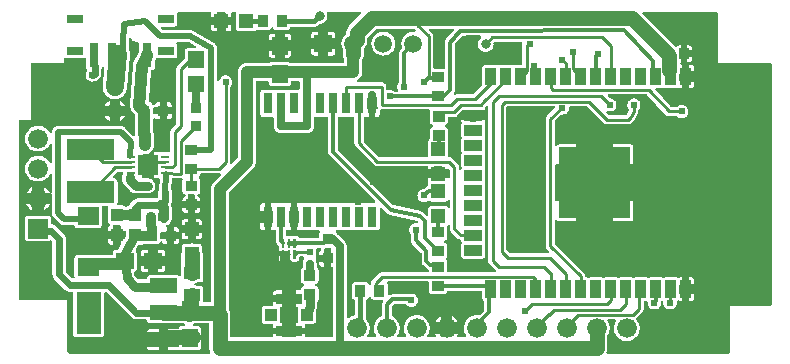
<source format=gtl>
G04 Layer: TopLayer*
G04 EasyEDA v6.4.29, 2022-01-20 17:46:20*
G04 fb4b0ff46d504c98a6534b0bae3310fd,dc92750a051249c6af70c8c7d89aaf1b,10*
G04 Gerber Generator version 0.2*
G04 Scale: 100 percent, Rotated: No, Reflected: No *
G04 Dimensions in millimeters *
G04 leading zeros omitted , absolute positions ,4 integer and 5 decimal *
%FSLAX45Y45*%
%MOMM*%

%ADD10C,0.2540*%
%ADD11C,0.7620*%
%ADD12C,1.0160*%
%ADD13C,1.5240*%
%ADD14C,0.5080*%
%ADD15C,0.6350*%
%ADD16C,0.7112*%
%ADD17C,0.4064*%
%ADD18C,0.3048*%
%ADD19C,1.2700*%
%ADD20C,0.8128*%
%ADD21C,0.6096*%
%ADD23R,2.1590X3.5560*%
%ADD24R,0.8999X0.9500*%
%ADD25R,0.6500X0.6500*%
%ADD26R,1.0000X1.1001*%
%ADD27R,1.0000X0.8999*%
%ADD28R,1.1999X1.1999*%
%ADD29R,1.4000X1.0500*%
%ADD30R,0.8001X2.0000*%
%ADD31R,1.4000X0.8001*%
%ADD32R,0.8001X1.8001*%
%ADD35R,0.9500X0.8999*%
%ADD36R,0.5999X0.5999*%
%ADD37R,0.8999X1.0000*%
%ADD38R,0.7000X0.2500*%
%ADD39R,1.7000X1.7000*%
%ADD40R,1.3500X1.4100*%
%ADD41R,0.8640X0.8065*%
%ADD43R,1.3589X1.5000*%
%ADD46C,1.5080*%
%ADD47C,1.6764*%
%ADD48C,1.4224*%
%ADD49R,1.6764X1.6764*%

%LPD*%
G36*
X3620770Y11761317D02*
G01*
X3616858Y11762079D01*
X3613607Y11764314D01*
X3611372Y11767616D01*
X3610610Y11771477D01*
X3610610Y12033504D01*
X3609797Y12041530D01*
X3607612Y12048744D01*
X3604056Y12055398D01*
X3598926Y12061647D01*
X3578351Y12082221D01*
X3576167Y12085523D01*
X3575405Y12089384D01*
X3576167Y12093295D01*
X3578351Y12096597D01*
X3581654Y12098782D01*
X3585565Y12099544D01*
X3773322Y12099544D01*
X3777081Y12098832D01*
X3780332Y12096800D01*
X3782568Y12093702D01*
X3783482Y12089993D01*
X3782974Y12086183D01*
X3781094Y12082881D01*
X3718661Y12008662D01*
X3715765Y12004751D01*
X3713987Y12001855D01*
X3711956Y11997639D01*
X3710787Y11994438D01*
X3709619Y11989917D01*
X3709111Y11986564D01*
X3708857Y11981688D01*
X3708857Y11771477D01*
X3708044Y11767616D01*
X3705860Y11764314D01*
X3702558Y11762079D01*
X3698697Y11761317D01*
G37*

%LPD*%
G36*
X3283305Y11567109D02*
G01*
X3280257Y11567617D01*
X3277463Y11568988D01*
X3269183Y11574780D01*
X3260242Y11578945D01*
X3250793Y11581485D01*
X3240989Y11582349D01*
X3231184Y11581485D01*
X3226409Y11580215D01*
X3222701Y11579910D01*
X3219145Y11580977D01*
X3216198Y11583212D01*
X3214268Y11586362D01*
X3213608Y11590020D01*
X3213608Y11607292D01*
X3212795Y11615318D01*
X3210610Y11622532D01*
X3207054Y11629237D01*
X3202279Y11635079D01*
X3196437Y11639854D01*
X3189732Y11643410D01*
X3182518Y11645595D01*
X3174492Y11646408D01*
X2970733Y11646408D01*
X2966415Y11647373D01*
X2962859Y11650116D01*
X2960878Y11654129D01*
X2960776Y11658600D01*
X2962605Y11662664D01*
X2966008Y11665559D01*
X2971342Y11668353D01*
X2976219Y11671401D01*
X2980791Y11674856D01*
X2985160Y11678564D01*
X2989224Y11682628D01*
X2992932Y11686997D01*
X2996387Y11691569D01*
X2999435Y11696446D01*
X3002076Y11701526D01*
X3004362Y11706758D01*
X3006293Y11712194D01*
X3007766Y11717731D01*
X3008833Y11723370D01*
X3009493Y11729059D01*
X3009696Y11735003D01*
X3009696Y11835841D01*
X3010001Y11838330D01*
X3010916Y11840718D01*
X3014268Y11846864D01*
X3018739Y11858802D01*
X3021482Y11871248D01*
X3022396Y11884355D01*
X3022396Y11924385D01*
X3022650Y11926773D01*
X3023463Y11929008D01*
X3026257Y11934444D01*
X3029051Y11942470D01*
X3030778Y11945620D01*
X3035604Y11951462D01*
X3039211Y11956643D01*
X3042462Y11962130D01*
X3045307Y11967819D01*
X3047746Y11973712D01*
X3049778Y11979808D01*
X3051352Y11985955D01*
X3052470Y11992254D01*
X3053181Y11998604D01*
X3053435Y12005157D01*
X3053435Y12022734D01*
X3054197Y12026646D01*
X3056382Y12029948D01*
X3123031Y12096597D01*
X3126333Y12098782D01*
X3130245Y12099544D01*
X3447592Y12099544D01*
X3451453Y12098782D01*
X3454755Y12096597D01*
X3459327Y12092076D01*
X3461512Y12088723D01*
X3462274Y12084761D01*
X3461461Y12080849D01*
X3459124Y12077547D01*
X3455771Y12075363D01*
X3451758Y12074702D01*
X3437585Y12075210D01*
X3424123Y12073839D01*
X3410965Y12070689D01*
X3398367Y12065863D01*
X3386480Y12059361D01*
X3375609Y12051334D01*
X3365855Y12041886D01*
X3357473Y12031268D01*
X3350564Y12019635D01*
X3345332Y12007189D01*
X3341725Y11994134D01*
X3339947Y11980722D01*
X3339947Y11967210D01*
X3341725Y11953798D01*
X3344672Y11943130D01*
X3344976Y11939574D01*
X3344062Y11936120D01*
X3342030Y11933224D01*
X3334258Y11925452D01*
X3328822Y11918848D01*
X3325012Y11911736D01*
X3322675Y11904014D01*
X3321862Y11895480D01*
X3321862Y11651284D01*
X3321354Y11648236D01*
X3319983Y11645442D01*
X3314192Y11637162D01*
X3310026Y11628221D01*
X3307486Y11618772D01*
X3306622Y11608968D01*
X3307486Y11599164D01*
X3310026Y11589715D01*
X3313836Y11581587D01*
X3314750Y11577624D01*
X3314090Y11573662D01*
X3311906Y11570258D01*
X3308553Y11567922D01*
X3304590Y11567109D01*
G37*

%LPC*%
G36*
X3183585Y11872722D02*
G01*
X3197148Y11873179D01*
X3210458Y11875465D01*
X3223412Y11879427D01*
X3235655Y11885168D01*
X3247085Y11892432D01*
X3257397Y11901170D01*
X3266490Y11911177D01*
X3274110Y11922353D01*
X3280257Y11934444D01*
X3284677Y11947194D01*
X3287369Y11960453D01*
X3288284Y11973966D01*
X3287369Y11987479D01*
X3284677Y12000738D01*
X3280257Y12013488D01*
X3274110Y12025579D01*
X3266490Y12036755D01*
X3257397Y12046762D01*
X3247085Y12055500D01*
X3235655Y12062764D01*
X3223412Y12068505D01*
X3210458Y12072467D01*
X3197148Y12074753D01*
X3183585Y12075210D01*
X3170123Y12073839D01*
X3156966Y12070689D01*
X3144367Y12065863D01*
X3132480Y12059361D01*
X3121609Y12051334D01*
X3111855Y12041886D01*
X3103473Y12031268D01*
X3096564Y12019635D01*
X3091332Y12007189D01*
X3087725Y11994134D01*
X3085947Y11980722D01*
X3085947Y11967210D01*
X3087725Y11953798D01*
X3091332Y11940743D01*
X3096564Y11928297D01*
X3103473Y11916664D01*
X3111855Y11906046D01*
X3121609Y11896598D01*
X3132480Y11888571D01*
X3144367Y11882069D01*
X3156966Y11877243D01*
X3170123Y11874093D01*
G37*

%LPD*%
G36*
X3793693Y11542166D02*
G01*
X3789883Y11543284D01*
X3786835Y11545824D01*
X3784955Y11549329D01*
X3784549Y11553240D01*
X3785717Y11557050D01*
X3787952Y11561216D01*
X3790289Y11568938D01*
X3791153Y11577472D01*
X3791153Y11963247D01*
X3791762Y11966752D01*
X3793490Y11969800D01*
X3851148Y12038279D01*
X3854653Y12040971D01*
X3858920Y12041886D01*
X4008018Y12042343D01*
X4012234Y12041428D01*
X4015638Y12038939D01*
X4017772Y12035231D01*
X4018127Y12030964D01*
X4016756Y12026900D01*
X4013809Y12023801D01*
X4011929Y12022480D01*
X4004208Y12015063D01*
X3997756Y12006529D01*
X3992778Y11997029D01*
X3989425Y11986869D01*
X3987698Y11976303D01*
X3987698Y11965635D01*
X3989425Y11955068D01*
X3992778Y11944908D01*
X3997756Y11935409D01*
X4004208Y11926874D01*
X4011929Y11919458D01*
X4020718Y11913362D01*
X4030421Y11908790D01*
X4040682Y11905792D01*
X4051300Y11904522D01*
X4062018Y11904929D01*
X4072483Y11907062D01*
X4082491Y11910872D01*
X4091787Y11916206D01*
X4100068Y11923014D01*
X4107179Y11930989D01*
X4112869Y11940082D01*
X4117086Y11949887D01*
X4119626Y11960301D01*
X4120489Y11970969D01*
X4119981Y11977319D01*
X4120591Y11981637D01*
X4122928Y11985294D01*
X4127296Y11988596D01*
X4131208Y11989358D01*
X4356201Y11989358D01*
X4359910Y11988647D01*
X4363110Y11986666D01*
X4365345Y11983618D01*
X4366310Y11980011D01*
X4365904Y11976252D01*
X4364177Y11970512D01*
X4363415Y11962485D01*
X4363415Y11806021D01*
X4362602Y11802160D01*
X4360418Y11798858D01*
X4357116Y11796674D01*
X4353255Y11795861D01*
X4306976Y11795861D01*
X4300626Y11795150D01*
X4295190Y11793270D01*
X4293311Y11792102D01*
X4289755Y11790680D01*
X4285996Y11790680D01*
X4282490Y11792102D01*
X4280611Y11793270D01*
X4275124Y11795150D01*
X4268825Y11795861D01*
X4179976Y11795861D01*
X4173626Y11795150D01*
X4168190Y11793270D01*
X4166311Y11792102D01*
X4162755Y11790680D01*
X4158996Y11790680D01*
X4155490Y11792102D01*
X4153611Y11793270D01*
X4148124Y11795150D01*
X4141825Y11795861D01*
X4052976Y11795861D01*
X4046626Y11795150D01*
X4041190Y11793270D01*
X4036263Y11790172D01*
X4032199Y11786108D01*
X4029100Y11781180D01*
X4027220Y11775744D01*
X4026509Y11769394D01*
X4026509Y11626646D01*
X4025696Y11622786D01*
X4023512Y11619484D01*
X3951935Y11547805D01*
X3948633Y11545570D01*
X3944721Y11544808D01*
X3810508Y11544808D01*
X3802481Y11543995D01*
X3797604Y11542522D01*
G37*

%LPD*%
G36*
X3157220Y11013592D02*
G01*
X3153308Y11014354D01*
X3150006Y11016589D01*
X3023209Y11143386D01*
X3020974Y11146688D01*
X3020212Y11150600D01*
X3020212Y11343284D01*
X3021076Y11347348D01*
X3023463Y11350752D01*
X3027019Y11352885D01*
X3033268Y11355070D01*
X3036620Y11355628D01*
X3039973Y11355070D01*
X3045866Y11352987D01*
X3052165Y11352276D01*
X3065272Y11352276D01*
X3065272Y11416842D01*
X3057702Y11416842D01*
X3053791Y11417604D01*
X3050489Y11419840D01*
X3048304Y11423142D01*
X3047542Y11427002D01*
X3047542Y11509400D01*
X3048304Y11513261D01*
X3050489Y11516563D01*
X3053791Y11518798D01*
X3057702Y11519560D01*
X3065272Y11519560D01*
X3065272Y11559032D01*
X3066034Y11562943D01*
X3068218Y11566194D01*
X3071520Y11568430D01*
X3075432Y11569192D01*
X3107791Y11569192D01*
X3111703Y11568430D01*
X3115005Y11566194D01*
X3117189Y11562943D01*
X3117951Y11559032D01*
X3117951Y11519560D01*
X3126232Y11519560D01*
X3130143Y11518798D01*
X3133394Y11516563D01*
X3135630Y11513261D01*
X3136392Y11509400D01*
X3136392Y11455908D01*
X3137204Y11447881D01*
X3139389Y11440668D01*
X3145180Y11430101D01*
X3145637Y11426342D01*
X3144723Y11422684D01*
X3142437Y11419586D01*
X3139236Y11417554D01*
X3135528Y11416842D01*
X3117951Y11416842D01*
X3117951Y11352276D01*
X3131058Y11352276D01*
X3137357Y11352987D01*
X3142843Y11354917D01*
X3147720Y11358016D01*
X3151835Y11362080D01*
X3154883Y11367008D01*
X3156813Y11372443D01*
X3157524Y11378742D01*
X3157524Y11407343D01*
X3158388Y11411458D01*
X3160877Y11414861D01*
X3164484Y11416995D01*
X3168700Y11417452D01*
X3175508Y11416792D01*
X3572001Y11416792D01*
X3576116Y11415928D01*
X3579571Y11413388D01*
X3581654Y11409730D01*
X3582060Y11405514D01*
X3581704Y11402060D01*
X3581704Y11313160D01*
X3582415Y11306860D01*
X3584295Y11301425D01*
X3587394Y11296497D01*
X3591509Y11292433D01*
X3596386Y11289334D01*
X3602482Y11287201D01*
X3606037Y11285067D01*
X3608476Y11281664D01*
X3609289Y11277600D01*
X3608476Y11273536D01*
X3606037Y11270132D01*
X3602482Y11267998D01*
X3596386Y11265865D01*
X3591509Y11262766D01*
X3587394Y11258702D01*
X3584295Y11253774D01*
X3582415Y11248339D01*
X3581704Y11242040D01*
X3581704Y11171428D01*
X3581146Y11168075D01*
X3579469Y11165078D01*
X3575862Y11162182D01*
X3571798Y11158067D01*
X3568700Y11153190D01*
X3566820Y11147704D01*
X3566109Y11141405D01*
X3566109Y11023752D01*
X3565296Y11019840D01*
X3563112Y11016589D01*
X3559810Y11014354D01*
X3555949Y11013592D01*
G37*

%LPD*%
G36*
X1901037Y10954867D02*
G01*
X1897024Y10955832D01*
X1893722Y10958322D01*
X1891690Y10961928D01*
X1891284Y10966043D01*
X1891639Y10969498D01*
X1891639Y11603990D01*
X1892401Y11607850D01*
X1894586Y11611152D01*
X1896160Y11612727D01*
X1901799Y11620804D01*
X1905965Y11629694D01*
X1908505Y11639194D01*
X1909368Y11648948D01*
X1908505Y11658752D01*
X1905965Y11668252D01*
X1901799Y11677142D01*
X1896160Y11685219D01*
X1889252Y11692128D01*
X1881174Y11697766D01*
X1872284Y11701932D01*
X1862785Y11704472D01*
X1853031Y11705336D01*
X1843227Y11704472D01*
X1833727Y11701932D01*
X1824837Y11697766D01*
X1816760Y11692128D01*
X1809851Y11685219D01*
X1804212Y11677142D01*
X1800047Y11668252D01*
X1798472Y11662359D01*
X1796592Y11658650D01*
X1793392Y11656009D01*
X1789430Y11654891D01*
X1785315Y11655399D01*
X1781759Y11657533D01*
X1779371Y11660936D01*
X1778507Y11665000D01*
X1778507Y11937542D01*
X1777695Y11946890D01*
X1775358Y11955526D01*
X1771599Y11963654D01*
X1766468Y11970969D01*
X1760169Y11977268D01*
X1752244Y11982754D01*
X1575206Y12083948D01*
X1566926Y12087758D01*
X1558290Y12090095D01*
X1548942Y12090908D01*
X1320850Y12090908D01*
X1316990Y12091670D01*
X1313688Y12093905D01*
X1306830Y12100712D01*
X1304645Y12104014D01*
X1303883Y12107875D01*
X1304645Y12111786D01*
X1306830Y12115088D01*
X1310132Y12117273D01*
X1314043Y12118035D01*
X1417421Y12118035D01*
X1423771Y12118797D01*
X1429207Y12120676D01*
X1434134Y12123775D01*
X1438198Y12127839D01*
X1441297Y12132767D01*
X1443177Y12138202D01*
X1443939Y12144552D01*
X1443939Y12223343D01*
X1442872Y12231319D01*
X1443228Y12235586D01*
X1445310Y12239345D01*
X1448765Y12241885D01*
X1452930Y12242800D01*
X1721053Y12242800D01*
X1725269Y12241885D01*
X1728673Y12239345D01*
X1730806Y12235586D01*
X1731162Y12231319D01*
X1730095Y12223343D01*
X1730095Y12200331D01*
X1779676Y12200331D01*
X1779676Y12232640D01*
X1780438Y12236551D01*
X1782622Y12239802D01*
X1785924Y12242038D01*
X1789836Y12242800D01*
X1842211Y12242800D01*
X1846072Y12242038D01*
X1849374Y12239802D01*
X1851558Y12236551D01*
X1852371Y12232640D01*
X1852371Y12200331D01*
X1901901Y12200331D01*
X1901901Y12223343D01*
X1900834Y12231319D01*
X1901240Y12235586D01*
X1903323Y12239345D01*
X1906727Y12241885D01*
X1910943Y12242800D01*
X1931060Y12242800D01*
X1935276Y12241885D01*
X1938680Y12239345D01*
X1940814Y12235586D01*
X1941169Y12231319D01*
X1940102Y12223343D01*
X1940102Y12104573D01*
X1940814Y12098223D01*
X1942744Y12092787D01*
X1945792Y12087860D01*
X1949907Y12083796D01*
X1954784Y12080697D01*
X1960270Y12078817D01*
X1966569Y12078055D01*
X2085441Y12078055D01*
X2091740Y12078817D01*
X2097227Y12080697D01*
X2105863Y12086539D01*
X2109571Y12087402D01*
X2113280Y12086844D01*
X2116277Y12085777D01*
X2122576Y12085066D01*
X2211425Y12085066D01*
X2217724Y12085777D01*
X2223211Y12087707D01*
X2228088Y12090806D01*
X2232202Y12094870D01*
X2235301Y12099798D01*
X2237384Y12105843D01*
X2239568Y12109399D01*
X2242921Y12111786D01*
X2246985Y12112650D01*
X2251049Y12111786D01*
X2254453Y12109399D01*
X2256586Y12105843D01*
X2258720Y12099798D01*
X2261819Y12094870D01*
X2265883Y12090806D01*
X2270810Y12087707D01*
X2276246Y12085777D01*
X2282545Y12085066D01*
X2371445Y12085066D01*
X2377744Y12085777D01*
X2383180Y12087707D01*
X2388108Y12090806D01*
X2392172Y12094870D01*
X2395270Y12099798D01*
X2398318Y12109246D01*
X2400554Y12112193D01*
X2403703Y12114072D01*
X2407361Y12114733D01*
X2601772Y12114784D01*
X2610561Y12116003D01*
X2618638Y12118746D01*
X2626106Y12122861D01*
X2633014Y12128601D01*
X2644140Y12139777D01*
X2647289Y12141911D01*
X2650947Y12142724D01*
X2656027Y12142927D01*
X2666492Y12145060D01*
X2676499Y12148870D01*
X2685796Y12154204D01*
X2694076Y12161012D01*
X2701188Y12168987D01*
X2706878Y12178080D01*
X2711094Y12187885D01*
X2713634Y12198299D01*
X2714498Y12208967D01*
X2713634Y12219635D01*
X2711043Y12230201D01*
X2710840Y12233859D01*
X2711907Y12237364D01*
X2714193Y12240260D01*
X2717292Y12242139D01*
X2720898Y12242800D01*
X2991866Y12242800D01*
X2995726Y12242038D01*
X2999028Y12239802D01*
X3001213Y12236551D01*
X3002026Y12232640D01*
X3001213Y12228728D01*
X2999028Y12225477D01*
X2900934Y12127331D01*
X2896412Y12122505D01*
X2892450Y12117578D01*
X2888792Y12112294D01*
X2885541Y12106808D01*
X2882696Y12101118D01*
X2880258Y12095226D01*
X2878226Y12089180D01*
X2876651Y12082983D01*
X2875534Y12076684D01*
X2874822Y12070384D01*
X2874568Y12061342D01*
X2874060Y12058294D01*
X2872638Y12055602D01*
X2870454Y12053417D01*
X2867609Y12051334D01*
X2857855Y12041886D01*
X2849473Y12031268D01*
X2842564Y12019635D01*
X2837332Y12007189D01*
X2833725Y11994134D01*
X2831947Y11980722D01*
X2831947Y11967210D01*
X2833725Y11953798D01*
X2837332Y11940743D01*
X2842768Y11927840D01*
X2843580Y11923877D01*
X2843580Y11884355D01*
X2844495Y11871248D01*
X2847238Y11858802D01*
X2851708Y11846864D01*
X2855061Y11840718D01*
X2855976Y11838330D01*
X2856280Y11835841D01*
X2856280Y11821668D01*
X2855518Y11817756D01*
X2853283Y11814505D01*
X2850032Y11812270D01*
X2846120Y11811508D01*
X2398522Y11811508D01*
X2395728Y11811914D01*
X2390546Y11814708D01*
X2385110Y11816588D01*
X2378760Y11817299D01*
X2244039Y11817299D01*
X2237689Y11816588D01*
X2232253Y11814708D01*
X2227072Y11811914D01*
X2224278Y11811508D01*
X2032203Y11811508D01*
X2026259Y11811304D01*
X2020570Y11810644D01*
X2014931Y11809577D01*
X2009393Y11808104D01*
X2003958Y11806174D01*
X1998725Y11803888D01*
X1993646Y11801246D01*
X1988769Y11798198D01*
X1984197Y11794744D01*
X1979828Y11791035D01*
X1975764Y11786971D01*
X1972056Y11782602D01*
X1968601Y11778030D01*
X1965553Y11773154D01*
X1962912Y11768074D01*
X1960625Y11762841D01*
X1958695Y11757406D01*
X1957222Y11751868D01*
X1956155Y11746230D01*
X1955495Y11740540D01*
X1955292Y11734596D01*
X1955292Y11008766D01*
X1954530Y11004905D01*
X1952294Y11001603D01*
X1908556Y10957864D01*
X1905101Y10955578D01*
G37*

%LPC*%
G36*
X2723032Y12018010D02*
G01*
X2780284Y12018010D01*
X2780284Y12048794D01*
X2779572Y12055094D01*
X2777693Y12060580D01*
X2774594Y12065457D01*
X2770479Y12069572D01*
X2765602Y12072670D01*
X2760116Y12074550D01*
X2753817Y12075261D01*
X2723032Y12075261D01*
G37*
G36*
X2577693Y12018010D02*
G01*
X2634945Y12018010D01*
X2634945Y12075261D01*
X2604160Y12075261D01*
X2597861Y12074550D01*
X2592374Y12072670D01*
X2587498Y12069572D01*
X2583383Y12065457D01*
X2580284Y12060580D01*
X2578404Y12055094D01*
X2577693Y12048794D01*
G37*
G36*
X1756562Y12078055D02*
G01*
X1779676Y12078055D01*
X1779676Y12127636D01*
X1730095Y12127636D01*
X1730095Y12104573D01*
X1730806Y12098223D01*
X1732737Y12092787D01*
X1735785Y12087860D01*
X1739900Y12083796D01*
X1744776Y12080697D01*
X1750263Y12078817D01*
G37*
G36*
X2244039Y11855500D02*
G01*
X2271064Y11855500D01*
X2271064Y11912549D01*
X2217572Y11912549D01*
X2217572Y11881967D01*
X2218283Y11875668D01*
X2220163Y11870182D01*
X2223262Y11865305D01*
X2227326Y11861190D01*
X2232253Y11858091D01*
X2237689Y11856212D01*
G37*
G36*
X2351735Y11855500D02*
G01*
X2378760Y11855500D01*
X2385110Y11856212D01*
X2390546Y11858091D01*
X2395474Y11861190D01*
X2399538Y11865305D01*
X2402636Y11870182D01*
X2404516Y11875668D01*
X2405278Y11881967D01*
X2405278Y11912549D01*
X2351735Y11912549D01*
G37*
G36*
X2217572Y12000230D02*
G01*
X2271064Y12000230D01*
X2271064Y12057329D01*
X2244039Y12057329D01*
X2237689Y12056618D01*
X2232253Y12054687D01*
X2227326Y12051588D01*
X2223262Y12047524D01*
X2220163Y12042597D01*
X2218283Y12037161D01*
X2217572Y12030811D01*
G37*
G36*
X2604160Y11872671D02*
G01*
X2634945Y11872671D01*
X2634945Y11929922D01*
X2577693Y11929922D01*
X2577693Y11899138D01*
X2578404Y11892838D01*
X2580284Y11887352D01*
X2583383Y11882475D01*
X2587498Y11878360D01*
X2592374Y11875262D01*
X2597861Y11873382D01*
G37*
G36*
X2351735Y12000230D02*
G01*
X2405278Y12000230D01*
X2405278Y12030811D01*
X2404516Y12037161D01*
X2402636Y12042597D01*
X2399538Y12047524D01*
X2395474Y12051588D01*
X2390546Y12054687D01*
X2385110Y12056618D01*
X2378760Y12057329D01*
X2351735Y12057329D01*
G37*
G36*
X1852371Y12078055D02*
G01*
X1875434Y12078055D01*
X1881733Y12078817D01*
X1887220Y12080697D01*
X1892096Y12083796D01*
X1896211Y12087860D01*
X1899259Y12092787D01*
X1901189Y12098223D01*
X1901901Y12104573D01*
X1901901Y12127636D01*
X1852371Y12127636D01*
G37*
G36*
X2723032Y11872671D02*
G01*
X2753817Y11872671D01*
X2760116Y11873382D01*
X2765602Y11875262D01*
X2770479Y11878360D01*
X2774594Y11882475D01*
X2777693Y11887352D01*
X2779572Y11892838D01*
X2780284Y11899138D01*
X2780284Y11929922D01*
X2723032Y11929922D01*
G37*

%LPD*%
G36*
X1009243Y10590225D02*
G01*
X1005332Y10590987D01*
X1002080Y10593222D01*
X997356Y10597896D01*
X992428Y10600994D01*
X986993Y10602925D01*
X980694Y10603636D01*
X944676Y10603636D01*
X940917Y10604347D01*
X937666Y10606430D01*
X935431Y10609580D01*
X934516Y10613339D01*
X935075Y10617149D01*
X936396Y10620857D01*
X937107Y10627156D01*
X937107Y10806023D01*
X936396Y10812373D01*
X934466Y10817809D01*
X931418Y10822736D01*
X927303Y10826800D01*
X922426Y10829899D01*
X916940Y10831779D01*
X910640Y10832490D01*
X906271Y10832490D01*
X902360Y10833303D01*
X899058Y10835487D01*
X896874Y10838789D01*
X896112Y10842650D01*
X896874Y10846562D01*
X899058Y10849864D01*
X932535Y10883341D01*
X935837Y10885525D01*
X939698Y10886287D01*
X973988Y10886287D01*
X977900Y10885525D01*
X981252Y10883239D01*
X983437Y10879886D01*
X984148Y10875975D01*
X983284Y10872063D01*
X980897Y10866577D01*
X978306Y10856315D01*
X977392Y10845393D01*
X977392Y10820704D01*
X977900Y10812272D01*
X980135Y10801959D01*
X980795Y10799826D01*
X983996Y10792104D01*
X985012Y10790123D01*
X990752Y10781233D01*
X996340Y10774934D01*
X1046734Y10724540D01*
X1053033Y10718952D01*
X1061923Y10713212D01*
X1063904Y10712196D01*
X1071626Y10708995D01*
X1073759Y10708335D01*
X1084072Y10706100D01*
X1092504Y10705592D01*
X1193393Y10705592D01*
X1204315Y10706506D01*
X1214577Y10709097D01*
X1224229Y10713313D01*
X1233068Y10719104D01*
X1240891Y10726267D01*
X1247343Y10734598D01*
X1252372Y10743895D01*
X1255826Y10753902D01*
X1257554Y10764316D01*
X1257554Y10774883D01*
X1255826Y10785297D01*
X1252372Y10795304D01*
X1247343Y10804601D01*
X1240891Y10812932D01*
X1234440Y10818876D01*
X1231950Y10822635D01*
X1230985Y10822584D01*
X1226921Y10824108D01*
X1224229Y10825886D01*
X1214577Y10830102D01*
X1204315Y10832693D01*
X1193393Y10833608D01*
X1155090Y10833608D01*
X1151229Y10834370D01*
X1147927Y10836605D01*
X1145743Y10839856D01*
X1144930Y10843768D01*
X1144930Y10898530D01*
X1119428Y10898530D01*
X1115314Y10899444D01*
X1111859Y10901934D01*
X1109776Y10905642D01*
X1109370Y10909858D01*
X1109726Y10912957D01*
X1109726Y10936833D01*
X1109014Y10943132D01*
X1108100Y10947400D01*
X1109014Y10951667D01*
X1109726Y10957966D01*
X1109726Y10981842D01*
X1109370Y10984941D01*
X1109776Y10989157D01*
X1111859Y10992866D01*
X1115314Y10995355D01*
X1119428Y10996269D01*
X1144930Y10996269D01*
X1144930Y11026648D01*
X1145895Y11030915D01*
X1148486Y11034369D01*
X1152296Y11036401D01*
X1156614Y11036706D01*
X1162659Y11035792D01*
X1174140Y11035792D01*
X1185468Y11037519D01*
X1196390Y11040872D01*
X1206754Y11045850D01*
X1216202Y11052302D01*
X1225550Y11061090D01*
X1228852Y11063173D01*
X1232712Y11063833D01*
X1234592Y11063427D01*
X1233474Y11065306D01*
X1233017Y11069523D01*
X1234338Y11073536D01*
X1237488Y11078972D01*
X1241653Y11089640D01*
X1244244Y11100816D01*
X1245108Y11112652D01*
X1245057Y11204092D01*
X1244193Y11213033D01*
X1243787Y11215471D01*
X1241602Y11224361D01*
X1241298Y11226800D01*
X1241298Y11334546D01*
X1242060Y11338458D01*
X1244295Y11341709D01*
X1247546Y11343944D01*
X1251458Y11344706D01*
X1255369Y11343944D01*
X1258620Y11341709D01*
X1263497Y11336883D01*
X1268374Y11333835D01*
X1273860Y11331905D01*
X1280160Y11331194D01*
X1295755Y11331194D01*
X1295755Y11374475D01*
X1251458Y11374475D01*
X1247597Y11375288D01*
X1244295Y11377472D01*
X1242060Y11380774D01*
X1241298Y11384635D01*
X1241247Y11407343D01*
X1240434Y11416030D01*
X1239062Y11422430D01*
X1239113Y11426901D01*
X1241094Y11430914D01*
X1244650Y11433708D01*
X1249019Y11434673D01*
X1295755Y11434673D01*
X1295755Y11478006D01*
X1280160Y11478006D01*
X1273860Y11477294D01*
X1268374Y11475364D01*
X1263497Y11472316D01*
X1259382Y11468201D01*
X1256284Y11463324D01*
X1254201Y11457228D01*
X1252016Y11453672D01*
X1248664Y11451285D01*
X1244600Y11450421D01*
X1240536Y11451285D01*
X1237132Y11453672D01*
X1234998Y11457228D01*
X1232865Y11463324D01*
X1229766Y11468201D01*
X1225702Y11472316D01*
X1220774Y11475364D01*
X1215339Y11477294D01*
X1211326Y11477752D01*
X1207668Y11478869D01*
X1204722Y11481308D01*
X1202842Y11484660D01*
X1202334Y11488420D01*
X1217066Y11738508D01*
X1217879Y11741962D01*
X1219860Y11744909D01*
X1222756Y11747042D01*
X1226159Y11748008D01*
X1233830Y11748770D01*
X1239215Y11750700D01*
X1244142Y11753748D01*
X1248206Y11757863D01*
X1251305Y11762740D01*
X1253185Y11768226D01*
X1253947Y11774525D01*
X1253947Y11822785D01*
X1254302Y11825478D01*
X1258773Y11841988D01*
X1260652Y11845645D01*
X1263853Y11848287D01*
X1267866Y11849404D01*
X1278585Y11848033D01*
X1417421Y11848033D01*
X1423771Y11848795D01*
X1429207Y11850674D01*
X1434134Y11853773D01*
X1438198Y11857837D01*
X1441297Y11862765D01*
X1443177Y11868200D01*
X1443939Y11874550D01*
X1443939Y11953392D01*
X1443177Y11959742D01*
X1441297Y11965178D01*
X1438198Y11970105D01*
X1435150Y11974220D01*
X1434388Y11978132D01*
X1435150Y11982043D01*
X1437335Y11985294D01*
X1440637Y11987530D01*
X1444548Y11988292D01*
X1533093Y11988292D01*
X1535684Y11987936D01*
X1538122Y11986971D01*
X1597202Y11953189D01*
X1600454Y11950242D01*
X1602181Y11946178D01*
X1601978Y11941759D01*
X1599946Y11937847D01*
X1596440Y11935155D01*
X1592173Y11934190D01*
X1533245Y11934190D01*
X1526946Y11933478D01*
X1521510Y11931599D01*
X1516583Y11928500D01*
X1512519Y11924436D01*
X1509420Y11919508D01*
X1507490Y11914073D01*
X1506778Y11907723D01*
X1506778Y11852605D01*
X1506016Y11848693D01*
X1503832Y11845391D01*
X1446276Y11787835D01*
X1441145Y11781637D01*
X1437589Y11774932D01*
X1435404Y11767718D01*
X1434592Y11759692D01*
X1434592Y11297818D01*
X1433830Y11293906D01*
X1431594Y11290604D01*
X1395476Y11254435D01*
X1390345Y11248237D01*
X1386789Y11241532D01*
X1384604Y11234318D01*
X1383792Y11226292D01*
X1383792Y11063478D01*
X1383030Y11059566D01*
X1380794Y11056264D01*
X1377543Y11054080D01*
X1373632Y11053318D01*
X1304391Y11053318D01*
X1298956Y11052708D01*
X1295552Y11052911D01*
X1292402Y11054181D01*
X1290015Y11055705D01*
X1284528Y11057585D01*
X1278229Y11058296D01*
X1243126Y11058296D01*
X1241094Y11058753D01*
X1241907Y11057534D01*
X1242669Y11053673D01*
X1242669Y10996269D01*
X1271727Y10996269D01*
X1275080Y10995660D01*
X1278077Y10994034D01*
X1280312Y10991494D01*
X1283614Y10986262D01*
X1287678Y10982198D01*
X1293571Y10978489D01*
X1296517Y10975695D01*
X1298092Y10971936D01*
X1298092Y10967872D01*
X1296517Y10964113D01*
X1293571Y10961319D01*
X1287678Y10957610D01*
X1283614Y10953496D01*
X1280515Y10948619D01*
X1278585Y10943132D01*
X1277874Y10936833D01*
X1277874Y10912957D01*
X1278229Y10909858D01*
X1277823Y10905642D01*
X1275740Y10901934D01*
X1272286Y10899444D01*
X1268171Y10898530D01*
X1242669Y10898530D01*
X1242669Y10836503D01*
X1278229Y10836503D01*
X1281328Y10836859D01*
X1285697Y10836402D01*
X1289456Y10834166D01*
X1291894Y10830560D01*
X1292606Y10826242D01*
X1288694Y10745724D01*
X1287729Y10741914D01*
X1286662Y10739577D01*
X1284122Y10730077D01*
X1283208Y10719866D01*
X1283208Y10676077D01*
X1282395Y10672064D01*
X1280058Y10668711D01*
X1270914Y10663580D01*
X1268476Y10662615D01*
X1265834Y10662259D01*
X1111758Y10663072D01*
X1106271Y10662869D01*
X1101750Y10662310D01*
X1096568Y10661142D01*
X1092250Y10659821D01*
X1087323Y10657789D01*
X1083310Y10655706D01*
X1078839Y10652861D01*
X1075232Y10650118D01*
X1071168Y10646410D01*
X1045514Y10620705D01*
X1042060Y10616946D01*
X1039063Y10613034D01*
X1036472Y10608970D01*
X1034948Y10605871D01*
X1032560Y10602772D01*
X1029208Y10600791D01*
X1024026Y10599013D01*
X1019149Y10595914D01*
X1016406Y10593222D01*
X1013155Y10590987D01*
G37*

%LPC*%
G36*
X1353413Y11434673D02*
G01*
X1395476Y11434673D01*
X1395476Y11451539D01*
X1394764Y11457838D01*
X1392885Y11463324D01*
X1389786Y11468201D01*
X1385671Y11472316D01*
X1380794Y11475364D01*
X1375308Y11477294D01*
X1369009Y11478006D01*
X1353413Y11478006D01*
G37*
G36*
X1353413Y11331194D02*
G01*
X1369009Y11331194D01*
X1375308Y11331905D01*
X1380794Y11333835D01*
X1385671Y11336883D01*
X1389786Y11340998D01*
X1392885Y11345875D01*
X1394764Y11351361D01*
X1395476Y11357660D01*
X1395476Y11374475D01*
X1353413Y11374475D01*
G37*

%LPD*%
G36*
X3556965Y10517428D02*
G01*
X3553053Y10518190D01*
X3549751Y10520426D01*
X3529380Y10540746D01*
X3523538Y10545673D01*
X3516426Y10549636D01*
X3508298Y10552277D01*
X3274669Y10603382D01*
X3271977Y10604398D01*
X3269691Y10606125D01*
X2805734Y11070031D01*
X2803550Y11073333D01*
X2802788Y11077244D01*
X2802788Y11344198D01*
X2803601Y11348262D01*
X2805988Y11351615D01*
X2809544Y11353749D01*
X2813253Y11355070D01*
X2816606Y11355628D01*
X2819958Y11355070D01*
X2825851Y11352987D01*
X2832150Y11352276D01*
X2911043Y11352276D01*
X2917342Y11352987D01*
X2923235Y11355070D01*
X2926588Y11355628D01*
X2929940Y11355070D01*
X2936189Y11352885D01*
X2939745Y11350752D01*
X2942132Y11347348D01*
X2942996Y11343284D01*
X2942996Y11130889D01*
X2943809Y11122863D01*
X2945993Y11115649D01*
X2949549Y11108944D01*
X2954680Y11102746D01*
X3109366Y10948060D01*
X3115564Y10942929D01*
X3122269Y10939373D01*
X3129483Y10937189D01*
X3137509Y10936376D01*
X3555949Y10936376D01*
X3559810Y10935614D01*
X3563112Y10933379D01*
X3565296Y10930128D01*
X3566109Y10926216D01*
X3566109Y10908334D01*
X3615639Y10908334D01*
X3615639Y10926216D01*
X3616401Y10930128D01*
X3618636Y10933379D01*
X3621887Y10935614D01*
X3625799Y10936376D01*
X3678174Y10936376D01*
X3682085Y10935614D01*
X3685336Y10933379D01*
X3687572Y10930128D01*
X3688334Y10926216D01*
X3688334Y10908334D01*
X3741216Y10908334D01*
X3745128Y10907572D01*
X3748379Y10905337D01*
X3750614Y10902086D01*
X3751376Y10898174D01*
X3751376Y10845800D01*
X3750614Y10841888D01*
X3748379Y10838637D01*
X3745128Y10836402D01*
X3741216Y10835640D01*
X3688334Y10835640D01*
X3688334Y10818012D01*
X3687572Y10814151D01*
X3685336Y10810849D01*
X3682085Y10808665D01*
X3678174Y10807852D01*
X3625799Y10807852D01*
X3621887Y10808665D01*
X3618636Y10810849D01*
X3616401Y10814151D01*
X3615639Y10818012D01*
X3615639Y10835640D01*
X3566109Y10835640D01*
X3566109Y10812576D01*
X3566769Y10806328D01*
X3569411Y10799267D01*
X3570020Y10795863D01*
X3569462Y10792409D01*
X3567836Y10787735D01*
X3567125Y10781385D01*
X3567125Y10774883D01*
X3566210Y10770666D01*
X3563620Y10767212D01*
X3552190Y10761167D01*
X3545535Y10755731D01*
X3536899Y10747044D01*
X3534003Y10745063D01*
X3530600Y10744149D01*
X3523183Y10743488D01*
X3513734Y10740948D01*
X3504793Y10736783D01*
X3496767Y10731144D01*
X3489807Y10724235D01*
X3484168Y10716158D01*
X3480054Y10707268D01*
X3477514Y10697768D01*
X3476650Y10687964D01*
X3477514Y10678210D01*
X3480054Y10668711D01*
X3484168Y10659821D01*
X3489807Y10651744D01*
X3496767Y10644835D01*
X3504793Y10639196D01*
X3513734Y10635030D01*
X3523183Y10632490D01*
X3532987Y10631627D01*
X3542792Y10632490D01*
X3552240Y10635030D01*
X3561181Y10639196D01*
X3565042Y10641888D01*
X3568649Y10643463D01*
X3572560Y10643565D01*
X3576269Y10642193D01*
X3581806Y10638688D01*
X3587242Y10636808D01*
X3593592Y10636046D01*
X3712413Y10636046D01*
X3718763Y10636808D01*
X3724198Y10638688D01*
X3729126Y10641787D01*
X3734003Y10646714D01*
X3737305Y10648899D01*
X3741216Y10649661D01*
X3745077Y10648899D01*
X3748379Y10646714D01*
X3750614Y10643412D01*
X3751376Y10639501D01*
X3751376Y10594441D01*
X3750564Y10590580D01*
X3748379Y10587278D01*
X3745077Y10585043D01*
X3741216Y10584281D01*
X3737305Y10585043D01*
X3734003Y10587278D01*
X3729126Y10592155D01*
X3724198Y10595254D01*
X3718763Y10597134D01*
X3712413Y10597845D01*
X3593592Y10597845D01*
X3587242Y10597134D01*
X3581806Y10595254D01*
X3576878Y10592155D01*
X3572814Y10588091D01*
X3569715Y10583164D01*
X3567836Y10577728D01*
X3567125Y10571378D01*
X3567125Y10527588D01*
X3566312Y10523728D01*
X3564128Y10520426D01*
X3560826Y10518190D01*
G37*

%LPD*%
G36*
X4262018Y10198608D02*
G01*
X4258106Y10199370D01*
X4254804Y10201605D01*
X4232605Y10223804D01*
X4230370Y10227106D01*
X4229608Y10231018D01*
X4229608Y11432032D01*
X4230370Y11435943D01*
X4232605Y11439194D01*
X4235856Y11441430D01*
X4239768Y11442192D01*
X4633468Y11442192D01*
X4637430Y11441379D01*
X4640783Y11439093D01*
X4642967Y11435689D01*
X4643628Y11431676D01*
X4642713Y11427714D01*
X4640275Y11424462D01*
X4575962Y11366500D01*
X4570933Y11360404D01*
X4567377Y11353698D01*
X4565192Y11346484D01*
X4564380Y11338458D01*
X4564380Y10259466D01*
X4565192Y10251440D01*
X4567377Y10244226D01*
X4570933Y10237571D01*
X4576064Y10231323D01*
X4591405Y10215930D01*
X4593640Y10212679D01*
X4594402Y10208768D01*
X4593640Y10204856D01*
X4591405Y10201605D01*
X4588103Y10199370D01*
X4584242Y10198608D01*
G37*

%LPD*%
G36*
X3737559Y10037572D02*
G01*
X3733647Y10038384D01*
X3730345Y10040569D01*
X3728161Y10043871D01*
X3727399Y10047732D01*
X3727399Y10125862D01*
X3726687Y10132161D01*
X3724757Y10137597D01*
X3721049Y10143540D01*
X3719728Y10146690D01*
X3719525Y10150043D01*
X3720490Y10153345D01*
X3722471Y10156139D01*
X3724198Y10157866D01*
X3727297Y10162794D01*
X3729177Y10168229D01*
X3729888Y10174528D01*
X3729888Y10263428D01*
X3729177Y10269728D01*
X3727297Y10275163D01*
X3724198Y10280091D01*
X3720084Y10284155D01*
X3715207Y10287254D01*
X3709111Y10289387D01*
X3705555Y10291521D01*
X3703167Y10294924D01*
X3702304Y10298988D01*
X3703167Y10303052D01*
X3705555Y10306405D01*
X3709111Y10308590D01*
X3715207Y10310672D01*
X3720084Y10313771D01*
X3724198Y10317886D01*
X3727297Y10322763D01*
X3729177Y10328249D01*
X3729888Y10334548D01*
X3729888Y10423398D01*
X3729532Y10426750D01*
X3730040Y10431221D01*
X3732428Y10435082D01*
X3734003Y10436656D01*
X3737305Y10438892D01*
X3741216Y10439654D01*
X3745077Y10438892D01*
X3748379Y10436707D01*
X3750614Y10433405D01*
X3751376Y10429494D01*
X3751376Y10405465D01*
X3752189Y10397439D01*
X3754374Y10390225D01*
X3757929Y10383570D01*
X3763060Y10377322D01*
X3814368Y10326014D01*
X3820566Y10320934D01*
X3827272Y10317378D01*
X3834485Y10315194D01*
X3838244Y10314787D01*
X3842512Y10313365D01*
X3845763Y10310266D01*
X3847337Y10306050D01*
X3848150Y10299852D01*
X3850132Y10294264D01*
X3851300Y10292384D01*
X3852672Y10288879D01*
X3852672Y10285120D01*
X3851300Y10281564D01*
X3850132Y10279684D01*
X3848201Y10274249D01*
X3847490Y10267899D01*
X3847490Y10179050D01*
X3848201Y10172750D01*
X3850132Y10167264D01*
X3853179Y10162387D01*
X3857294Y10158272D01*
X3862171Y10155224D01*
X3867658Y10153294D01*
X3873957Y10152583D01*
X4022801Y10152583D01*
X4029151Y10153294D01*
X4034586Y10155224D01*
X4039514Y10158272D01*
X4043578Y10162387D01*
X4046677Y10167264D01*
X4048556Y10172750D01*
X4049318Y10179050D01*
X4049318Y10267899D01*
X4048556Y10274249D01*
X4046677Y10279684D01*
X4045508Y10281564D01*
X4044086Y10285120D01*
X4044086Y10288879D01*
X4045508Y10292384D01*
X4046677Y10294264D01*
X4048556Y10299750D01*
X4049318Y10306050D01*
X4049318Y10394899D01*
X4048556Y10401249D01*
X4046677Y10406684D01*
X4045508Y10408564D01*
X4044086Y10412120D01*
X4044086Y10415879D01*
X4045508Y10419384D01*
X4046677Y10421264D01*
X4048556Y10426750D01*
X4049318Y10433050D01*
X4049318Y10521899D01*
X4048556Y10528249D01*
X4046677Y10533684D01*
X4045508Y10535564D01*
X4044086Y10539120D01*
X4044086Y10542879D01*
X4045508Y10546384D01*
X4046677Y10548264D01*
X4048556Y10553750D01*
X4049318Y10560050D01*
X4049318Y10648899D01*
X4048556Y10655249D01*
X4046677Y10660684D01*
X4045508Y10662564D01*
X4044086Y10666120D01*
X4044086Y10669879D01*
X4045508Y10673384D01*
X4046677Y10675264D01*
X4048556Y10680750D01*
X4049318Y10687050D01*
X4049318Y10775899D01*
X4048556Y10782249D01*
X4046677Y10787684D01*
X4045508Y10789564D01*
X4044086Y10793120D01*
X4044086Y10796879D01*
X4045508Y10800384D01*
X4046677Y10802264D01*
X4048556Y10807750D01*
X4049318Y10814050D01*
X4049318Y10902899D01*
X4048556Y10909249D01*
X4046677Y10914684D01*
X4045508Y10916564D01*
X4044086Y10920120D01*
X4044086Y10923879D01*
X4045508Y10927384D01*
X4046677Y10929264D01*
X4048556Y10934750D01*
X4049318Y10941050D01*
X4049318Y11029899D01*
X4048556Y11036249D01*
X4046677Y11041684D01*
X4045508Y11043564D01*
X4044086Y11047120D01*
X4044086Y11050879D01*
X4045508Y11054384D01*
X4046677Y11056264D01*
X4048556Y11061750D01*
X4049318Y11068050D01*
X4049318Y11156899D01*
X4048556Y11163249D01*
X4046677Y11168684D01*
X4045508Y11170564D01*
X4044086Y11174120D01*
X4044086Y11177879D01*
X4045508Y11181384D01*
X4046677Y11183264D01*
X4048556Y11188750D01*
X4049318Y11195050D01*
X4049318Y11283899D01*
X4048556Y11290249D01*
X4046677Y11295684D01*
X4045508Y11297564D01*
X4044086Y11301120D01*
X4044086Y11304879D01*
X4045508Y11308384D01*
X4046677Y11310264D01*
X4048556Y11315750D01*
X4049318Y11322608D01*
X3977233Y11322608D01*
X3977233Y11320526D01*
X3976471Y11316665D01*
X3974287Y11313363D01*
X3970985Y11311178D01*
X3967073Y11310366D01*
X3929735Y11310366D01*
X3925824Y11311178D01*
X3922522Y11313363D01*
X3920337Y11316665D01*
X3919575Y11320526D01*
X3919575Y11322608D01*
X3847490Y11322608D01*
X3848201Y11315750D01*
X3850132Y11310264D01*
X3851300Y11308384D01*
X3852672Y11304879D01*
X3852672Y11301120D01*
X3851300Y11297564D01*
X3850132Y11295684D01*
X3848201Y11290249D01*
X3847490Y11283899D01*
X3847490Y11195050D01*
X3848201Y11188750D01*
X3850132Y11183264D01*
X3851300Y11181384D01*
X3852672Y11177879D01*
X3852672Y11174120D01*
X3851300Y11170564D01*
X3850132Y11168684D01*
X3848201Y11163249D01*
X3847490Y11156899D01*
X3847490Y11068050D01*
X3848201Y11061750D01*
X3850132Y11056264D01*
X3851300Y11054384D01*
X3852672Y11050879D01*
X3852672Y11047120D01*
X3851300Y11043564D01*
X3850132Y11041684D01*
X3848201Y11036249D01*
X3847490Y11029899D01*
X3847490Y10941050D01*
X3847846Y10935817D01*
X3850132Y10929264D01*
X3851300Y10927384D01*
X3852672Y10923879D01*
X3852672Y10920120D01*
X3851300Y10916564D01*
X3850132Y10914684D01*
X3848354Y10909655D01*
X3846271Y10906150D01*
X3843020Y10903762D01*
X3839057Y10902848D01*
X3835095Y10903508D01*
X3831691Y10905693D01*
X3829405Y10909046D01*
X3828592Y10913008D01*
X3828592Y10926521D01*
X3828034Y10933734D01*
X3825595Y10941710D01*
X3822039Y10948416D01*
X3816959Y10954613D01*
X3769664Y11001908D01*
X3763416Y11007039D01*
X3756761Y11010595D01*
X3749548Y11012779D01*
X3747058Y11013033D01*
X3743502Y11014100D01*
X3740505Y11016335D01*
X3738575Y11019485D01*
X3737914Y11023142D01*
X3737914Y11141405D01*
X3737152Y11147704D01*
X3733901Y11156086D01*
X3733495Y11158880D01*
X3733495Y11242040D01*
X3732784Y11248339D01*
X3730904Y11253774D01*
X3727805Y11258702D01*
X3723690Y11262766D01*
X3718814Y11265865D01*
X3712718Y11267998D01*
X3709162Y11270132D01*
X3706723Y11273536D01*
X3705910Y11277600D01*
X3706723Y11281664D01*
X3709162Y11285067D01*
X3712718Y11287201D01*
X3718814Y11289334D01*
X3723690Y11292433D01*
X3727805Y11296497D01*
X3730904Y11301425D01*
X3732784Y11306860D01*
X3733495Y11313160D01*
X3733495Y11343182D01*
X3734257Y11347094D01*
X3736492Y11350396D01*
X3739794Y11352580D01*
X3743655Y11353342D01*
X3785514Y11353342D01*
X3793540Y11354155D01*
X3800754Y11356340D01*
X3807409Y11359896D01*
X3813657Y11365026D01*
X3855974Y11407343D01*
X3859276Y11409527D01*
X3863136Y11410340D01*
X3920947Y11410340D01*
X3923182Y11413032D01*
X3926230Y11414760D01*
X3929735Y11415369D01*
X3967073Y11415369D01*
X3970578Y11414760D01*
X3973626Y11413032D01*
X3975862Y11410340D01*
X4049318Y11410340D01*
X4048607Y11417147D01*
X4046067Y11424107D01*
X4045407Y11427866D01*
X4046270Y11431625D01*
X4048404Y11434775D01*
X4058869Y11445240D01*
X4062120Y11447424D01*
X4066032Y11448186D01*
X4069943Y11447424D01*
X4073194Y11445240D01*
X4075429Y11441938D01*
X4076192Y11438026D01*
X4076192Y10135108D01*
X4077004Y10127081D01*
X4079189Y10119868D01*
X4082745Y10113162D01*
X4087876Y10106964D01*
X4137964Y10056876D01*
X4139437Y10055606D01*
X4142028Y10052405D01*
X4143146Y10048443D01*
X4142587Y10044328D01*
X4140454Y10040823D01*
X4137050Y10038435D01*
X4133037Y10037572D01*
G37*

%LPD*%
G36*
X1674063Y9784080D02*
G01*
X1670151Y9784892D01*
X1666900Y9787077D01*
X1664665Y9790379D01*
X1663903Y9794240D01*
X1663903Y9893909D01*
X1663192Y9900259D01*
X1661261Y9905695D01*
X1658213Y9910622D01*
X1654098Y9914686D01*
X1649222Y9917785D01*
X1643735Y9919665D01*
X1637436Y9920376D01*
X1613154Y9920376D01*
X1608937Y9921290D01*
X1599133Y9925761D01*
X1594408Y9927132D01*
X1590700Y9929164D01*
X1588109Y9932466D01*
X1587093Y9936530D01*
X1587855Y9940696D01*
X1590192Y9944150D01*
X1593697Y9946436D01*
X1605127Y9950704D01*
X1610512Y9953244D01*
X1613001Y9953548D01*
X1637436Y9953548D01*
X1643735Y9954310D01*
X1649222Y9956190D01*
X1654098Y9959289D01*
X1658213Y9963353D01*
X1661261Y9968280D01*
X1663192Y9973716D01*
X1663903Y9980066D01*
X1663903Y10083901D01*
X1663192Y10090251D01*
X1661261Y10095687D01*
X1658975Y10099395D01*
X1657807Y10101986D01*
X1657400Y10104780D01*
X1657400Y10191800D01*
X1657146Y10198354D01*
X1656486Y10204704D01*
X1655368Y10210901D01*
X1653286Y10218572D01*
X1652930Y10221264D01*
X1652930Y10252405D01*
X1652168Y10258704D01*
X1650288Y10264190D01*
X1647189Y10269067D01*
X1643125Y10273182D01*
X1638198Y10276230D01*
X1632762Y10278160D01*
X1626412Y10278872D01*
X1592376Y10278872D01*
X1589481Y10279278D01*
X1586026Y10280294D01*
X1573377Y10282123D01*
X1560626Y10282123D01*
X1547977Y10280294D01*
X1544523Y10279278D01*
X1541627Y10278872D01*
X1507591Y10278872D01*
X1501241Y10278160D01*
X1495806Y10276230D01*
X1490878Y10273182D01*
X1486814Y10269067D01*
X1483715Y10264190D01*
X1481836Y10258704D01*
X1481124Y10252405D01*
X1481124Y10218318D01*
X1480667Y10215473D01*
X1479651Y10211968D01*
X1477822Y10199370D01*
X1477822Y10186568D01*
X1478584Y10180726D01*
X1478584Y10104780D01*
X1478178Y10101986D01*
X1477010Y10099395D01*
X1474724Y10095687D01*
X1472793Y10090251D01*
X1472082Y10083901D01*
X1472082Y10016642D01*
X1471168Y10012426D01*
X1468628Y10008971D01*
X1464868Y10006888D01*
X1460550Y10006584D01*
X1456537Y10008006D01*
X1453235Y10010089D01*
X1447800Y10011968D01*
X1441450Y10012680D01*
X1214018Y10012680D01*
X1207668Y10011968D01*
X1202232Y10010089D01*
X1197305Y10006990D01*
X1193241Y10002926D01*
X1190142Y9997998D01*
X1188262Y9992563D01*
X1187704Y9987737D01*
X1186637Y9984232D01*
X1184351Y9981285D01*
X1181201Y9979406D01*
X1177594Y9978694D01*
X1115974Y9978694D01*
X1111758Y9979609D01*
X1108303Y9982200D01*
X1079093Y10015728D01*
X1077315Y10018572D01*
X1076604Y10021824D01*
X1075944Y10032796D01*
X1076604Y10037064D01*
X1078992Y10040721D01*
X1083818Y10043363D01*
X1088694Y10046462D01*
X1092809Y10050526D01*
X1095908Y10055453D01*
X1097788Y10060889D01*
X1098499Y10067239D01*
X1098499Y10201960D01*
X1097788Y10208310D01*
X1095908Y10213746D01*
X1090168Y10222636D01*
X1089609Y10226954D01*
X1090879Y10231120D01*
X1109929Y10264648D01*
X1112215Y10267391D01*
X1115263Y10269169D01*
X1118768Y10269778D01*
X1134668Y10269778D01*
X1140968Y10270490D01*
X1146454Y10272420D01*
X1151331Y10275519D01*
X1152550Y10276687D01*
X1155852Y10278872D01*
X1159713Y10279634D01*
X1164234Y10279278D01*
X1166825Y10278110D01*
X1171092Y10275417D01*
X1176528Y10273538D01*
X1182827Y10272776D01*
X1271727Y10272776D01*
X1278026Y10273538D01*
X1283462Y10275417D01*
X1288389Y10278516D01*
X1292453Y10282580D01*
X1295552Y10287508D01*
X1297686Y10293553D01*
X1299819Y10297109D01*
X1303223Y10299547D01*
X1307287Y10300360D01*
X1311351Y10299547D01*
X1314704Y10297109D01*
X1316888Y10293553D01*
X1318971Y10287508D01*
X1322070Y10282580D01*
X1326184Y10278516D01*
X1331061Y10275417D01*
X1336548Y10273538D01*
X1342847Y10272776D01*
X1358442Y10272776D01*
X1358442Y10316108D01*
X1308354Y10316108D01*
X1304442Y10316870D01*
X1301140Y10319105D01*
X1298956Y10322356D01*
X1298194Y10326268D01*
X1298194Y10366146D01*
X1298956Y10370058D01*
X1301140Y10373309D01*
X1304442Y10375544D01*
X1308354Y10376306D01*
X1358442Y10376306D01*
X1358442Y10419638D01*
X1354632Y10420502D01*
X1351483Y10422788D01*
X1349349Y10426039D01*
X1348689Y10429849D01*
X1349451Y10433659D01*
X1351584Y10436910D01*
X1354836Y10439095D01*
X1361186Y10441838D01*
X1370025Y10447426D01*
X1377848Y10454284D01*
X1384554Y10462310D01*
X1389888Y10471302D01*
X1393748Y10480954D01*
X1396034Y10491165D01*
X1396746Y10501985D01*
X1395780Y10578287D01*
X1395272Y10585856D01*
X1394815Y10588802D01*
X1393190Y10596067D01*
X1392326Y10598861D01*
X1388872Y10607040D01*
X1388160Y10610037D01*
X1388313Y10613085D01*
X1392580Y10622788D01*
X1394053Y10627461D01*
X1395120Y10632287D01*
X1395780Y10637164D01*
X1395984Y10642295D01*
X1395984Y10719866D01*
X1395069Y10730077D01*
X1391564Y10742371D01*
X1391361Y10744860D01*
X1395425Y10827207D01*
X1396390Y10831068D01*
X1398778Y10834268D01*
X1402232Y10836300D01*
X1406194Y10836859D01*
X1470558Y10832693D01*
X1477416Y10832896D01*
X1481277Y10832388D01*
X1484680Y10830458D01*
X1487119Y10827410D01*
X1488186Y10823651D01*
X1487068Y10813440D01*
X1487068Y10724540D01*
X1487779Y10718241D01*
X1489710Y10712805D01*
X1492808Y10707878D01*
X1496872Y10703814D01*
X1501800Y10700715D01*
X1507896Y10698581D01*
X1511452Y10696448D01*
X1513840Y10693044D01*
X1514703Y10688980D01*
X1513840Y10684916D01*
X1511452Y10681512D01*
X1507896Y10679379D01*
X1501800Y10677245D01*
X1496872Y10674146D01*
X1492808Y10670082D01*
X1489710Y10665155D01*
X1487779Y10659719D01*
X1487068Y10653420D01*
X1487068Y10637824D01*
X1531620Y10637824D01*
X1531620Y10687913D01*
X1532432Y10691825D01*
X1534617Y10695127D01*
X1537919Y10697311D01*
X1541780Y10698073D01*
X1584198Y10698073D01*
X1588058Y10697311D01*
X1591360Y10695127D01*
X1593545Y10691825D01*
X1594358Y10687913D01*
X1594358Y10637824D01*
X1638909Y10637824D01*
X1638909Y10653420D01*
X1638198Y10659719D01*
X1636268Y10665155D01*
X1633169Y10670082D01*
X1629105Y10674146D01*
X1624177Y10677245D01*
X1618081Y10679379D01*
X1614525Y10681512D01*
X1612138Y10684916D01*
X1611274Y10688980D01*
X1612138Y10693044D01*
X1614525Y10696448D01*
X1618081Y10698581D01*
X1624177Y10700715D01*
X1629105Y10703814D01*
X1633169Y10707878D01*
X1636268Y10712805D01*
X1638198Y10718241D01*
X1638909Y10724540D01*
X1638909Y10813440D01*
X1638198Y10819739D01*
X1636268Y10825175D01*
X1633169Y10830102D01*
X1629003Y10834319D01*
X1626819Y10837570D01*
X1626006Y10841482D01*
X1626819Y10845393D01*
X1629003Y10848644D01*
X1633169Y10852861D01*
X1636268Y10857788D01*
X1638198Y10863224D01*
X1638554Y10866323D01*
X1639620Y10869879D01*
X1641856Y10872774D01*
X1645005Y10874705D01*
X1648612Y10875365D01*
X1797507Y10875365D01*
X1800961Y10875721D01*
X1805076Y10875264D01*
X1808632Y10873232D01*
X1811121Y10869930D01*
X1812086Y10865916D01*
X1811375Y10861852D01*
X1809140Y10858398D01*
X1747316Y10796524D01*
X1741576Y10789615D01*
X1740154Y10787583D01*
X1735480Y10779861D01*
X1734362Y10777626D01*
X1730146Y10767009D01*
X1728012Y10758271D01*
X1727606Y10755833D01*
X1726742Y10746892D01*
X1726692Y9794240D01*
X1725930Y9790379D01*
X1723694Y9787077D01*
X1720443Y9784892D01*
X1716532Y9784080D01*
G37*

%LPC*%
G36*
X1416100Y10272776D02*
G01*
X1431696Y10272776D01*
X1437995Y10273538D01*
X1443482Y10275417D01*
X1448358Y10278516D01*
X1452473Y10282580D01*
X1455572Y10287508D01*
X1457452Y10292943D01*
X1458163Y10299293D01*
X1458163Y10316108D01*
X1416100Y10316108D01*
G37*
G36*
X1416100Y10376306D02*
G01*
X1458163Y10376306D01*
X1458163Y10393121D01*
X1457452Y10399471D01*
X1455572Y10404906D01*
X1452473Y10409834D01*
X1448358Y10413898D01*
X1443482Y10416997D01*
X1437995Y10418876D01*
X1431696Y10419588D01*
X1416100Y10419588D01*
G37*
G36*
X1281430Y10040721D02*
G01*
X1312011Y10040721D01*
X1318361Y10041483D01*
X1323797Y10043363D01*
X1328724Y10046462D01*
X1332788Y10050526D01*
X1335887Y10055453D01*
X1337818Y10060889D01*
X1338529Y10067239D01*
X1338529Y10094264D01*
X1281430Y10094264D01*
G37*
G36*
X1507591Y10317073D02*
G01*
X1530654Y10317073D01*
X1530654Y10366603D01*
X1481124Y10366603D01*
X1481124Y10343540D01*
X1481836Y10337241D01*
X1483715Y10331754D01*
X1486814Y10326878D01*
X1490878Y10322763D01*
X1495806Y10319715D01*
X1501241Y10317784D01*
G37*
G36*
X1603349Y10317073D02*
G01*
X1626412Y10317073D01*
X1632762Y10317784D01*
X1638198Y10319715D01*
X1643125Y10322763D01*
X1647189Y10326878D01*
X1650288Y10331754D01*
X1652168Y10337241D01*
X1652930Y10343540D01*
X1652930Y10366603D01*
X1603349Y10366603D01*
G37*
G36*
X1513535Y10538053D02*
G01*
X1531620Y10538053D01*
X1531620Y10580116D01*
X1487068Y10580116D01*
X1487068Y10564520D01*
X1487779Y10558221D01*
X1489710Y10552785D01*
X1492808Y10547858D01*
X1496872Y10543794D01*
X1501800Y10540695D01*
X1507236Y10538764D01*
G37*
G36*
X1594358Y10538053D02*
G01*
X1612442Y10538053D01*
X1618742Y10538764D01*
X1624177Y10540695D01*
X1629105Y10543794D01*
X1633169Y10547858D01*
X1636268Y10552785D01*
X1638198Y10558221D01*
X1638909Y10564520D01*
X1638909Y10580116D01*
X1594358Y10580116D01*
G37*
G36*
X1481124Y10439298D02*
G01*
X1530654Y10439298D01*
X1530654Y10488879D01*
X1507591Y10488879D01*
X1501241Y10488168D01*
X1495806Y10486237D01*
X1490878Y10483189D01*
X1486814Y10479074D01*
X1483715Y10474198D01*
X1481836Y10468711D01*
X1481124Y10462412D01*
G37*
G36*
X1603349Y10439298D02*
G01*
X1652930Y10439298D01*
X1652930Y10462412D01*
X1652168Y10468711D01*
X1650288Y10474198D01*
X1647189Y10479074D01*
X1643125Y10483189D01*
X1638198Y10486237D01*
X1632762Y10488168D01*
X1626412Y10488879D01*
X1603349Y10488879D01*
G37*
G36*
X1281430Y10174935D02*
G01*
X1338529Y10174935D01*
X1338529Y10201960D01*
X1337818Y10208310D01*
X1335887Y10213746D01*
X1332788Y10218674D01*
X1328724Y10222738D01*
X1323797Y10225836D01*
X1318361Y10227716D01*
X1312011Y10228427D01*
X1281430Y10228427D01*
G37*
G36*
X1136700Y10174935D02*
G01*
X1193749Y10174935D01*
X1193749Y10228427D01*
X1163167Y10228427D01*
X1156868Y10227716D01*
X1151382Y10225836D01*
X1146505Y10222738D01*
X1142390Y10218674D01*
X1139291Y10213746D01*
X1137412Y10208310D01*
X1136700Y10201960D01*
G37*
G36*
X1163167Y10040721D02*
G01*
X1193749Y10040721D01*
X1193749Y10094264D01*
X1136700Y10094264D01*
X1136700Y10067239D01*
X1137412Y10060889D01*
X1139291Y10055453D01*
X1142390Y10050526D01*
X1146505Y10046462D01*
X1151382Y10043363D01*
X1156868Y10041483D01*
G37*

%LPD*%
G36*
X2889199Y9648494D02*
G01*
X2884779Y9648596D01*
X2880766Y9650577D01*
X2878023Y9654133D01*
X2877058Y9658451D01*
X2877058Y10261193D01*
X2876245Y10271099D01*
X2873908Y10280294D01*
X2870098Y10289032D01*
X2864815Y10297058D01*
X2859938Y10302595D01*
X2805836Y10356697D01*
X2798216Y10363149D01*
X2793136Y10366298D01*
X2790545Y10368584D01*
X2788564Y10372394D01*
X2785872Y10376712D01*
X2784398Y10380776D01*
X2784754Y10385044D01*
X2786837Y10388803D01*
X2790291Y10391394D01*
X2794457Y10392308D01*
X2801061Y10392308D01*
X2807360Y10393019D01*
X2813253Y10395051D01*
X2816606Y10395610D01*
X2819958Y10395051D01*
X2825851Y10393019D01*
X2832150Y10392308D01*
X2911043Y10392308D01*
X2917342Y10393019D01*
X2923235Y10395051D01*
X2926588Y10395661D01*
X2929940Y10395051D01*
X2935833Y10393019D01*
X2942183Y10392308D01*
X3021025Y10392308D01*
X3027375Y10393019D01*
X3033268Y10395051D01*
X3036620Y10395661D01*
X3039973Y10395051D01*
X3045866Y10393019D01*
X3052165Y10392308D01*
X3131058Y10392308D01*
X3137357Y10393019D01*
X3142843Y10394899D01*
X3147720Y10397998D01*
X3151835Y10402112D01*
X3154883Y10406989D01*
X3156813Y10412476D01*
X3157524Y10418775D01*
X3157524Y10577372D01*
X3158286Y10581233D01*
X3160522Y10584535D01*
X3163773Y10586720D01*
X3167684Y10587532D01*
X3171596Y10586720D01*
X3174847Y10584535D01*
X3221786Y10537647D01*
X3227679Y10532668D01*
X3234740Y10528757D01*
X3242868Y10526115D01*
X3476498Y10474960D01*
X3479698Y10473690D01*
X3482238Y10471454D01*
X3484118Y10467949D01*
X3484676Y10463987D01*
X3483660Y10460075D01*
X3481171Y10456824D01*
X3477666Y10454843D01*
X3473653Y10454386D01*
X3462985Y10455351D01*
X3453180Y10454487D01*
X3443732Y10451947D01*
X3434791Y10447782D01*
X3426764Y10442143D01*
X3419805Y10435234D01*
X3414166Y10427157D01*
X3410051Y10418267D01*
X3407511Y10408767D01*
X3406648Y10398963D01*
X3407511Y10389209D01*
X3410051Y10379710D01*
X3414166Y10370820D01*
X3420008Y10362488D01*
X3421379Y10359745D01*
X3421837Y10356697D01*
X3421837Y10309453D01*
X3422700Y10300970D01*
X3425037Y10293248D01*
X3428796Y10286136D01*
X3434232Y10279532D01*
X3508857Y10204907D01*
X3511092Y10201605D01*
X3511854Y10197744D01*
X3511854Y10129469D01*
X3512718Y10120985D01*
X3515055Y10113264D01*
X3518814Y10106152D01*
X3524250Y10099548D01*
X3553561Y10070236D01*
X3560165Y10064800D01*
X3572103Y10058603D01*
X3574643Y10055148D01*
X3575558Y10050983D01*
X3575558Y10047732D01*
X3574796Y10043871D01*
X3572611Y10040569D01*
X3569309Y10038384D01*
X3565398Y10037572D01*
X3173476Y10037572D01*
X3165449Y10036810D01*
X3158236Y10034625D01*
X3151581Y10031069D01*
X3145332Y10025938D01*
X3096056Y9976612D01*
X3090926Y9970414D01*
X3087370Y9963708D01*
X3085185Y9956495D01*
X3084423Y9948468D01*
X3084423Y9941458D01*
X3083814Y9938105D01*
X3083001Y9935718D01*
X3080867Y9932162D01*
X3077464Y9929774D01*
X3073400Y9928910D01*
X3069336Y9929774D01*
X3065983Y9932162D01*
X3063798Y9935718D01*
X3061716Y9941814D01*
X3058617Y9946690D01*
X3054502Y9950805D01*
X3049625Y9953904D01*
X3044139Y9955784D01*
X3037840Y9956495D01*
X2948990Y9956495D01*
X2942691Y9955784D01*
X2937205Y9953904D01*
X2932328Y9950805D01*
X2928213Y9946690D01*
X2925114Y9941814D01*
X2923235Y9936327D01*
X2922524Y9930028D01*
X2922524Y9831171D01*
X2923235Y9824872D01*
X2925114Y9819386D01*
X2928213Y9814509D01*
X2932328Y9810394D01*
X2937205Y9807295D01*
X2940405Y9806228D01*
X2943961Y9804044D01*
X2946349Y9800691D01*
X2947212Y9796627D01*
X2947212Y9682124D01*
X2946247Y9677806D01*
X2943555Y9674301D01*
X2939592Y9672269D01*
X2927400Y9669119D01*
X2914396Y9663836D01*
X2902153Y9656927D01*
X2893314Y9650323D01*
G37*

%LPD*%
G36*
X3060852Y9487408D02*
G01*
X3056534Y9488373D01*
X3053080Y9491014D01*
X3051048Y9494926D01*
X3050844Y9499295D01*
X3052521Y9503359D01*
X3055823Y9508083D01*
X3062325Y9520580D01*
X3067151Y9533788D01*
X3070301Y9547453D01*
X3071622Y9561474D01*
X3071215Y9575495D01*
X3068929Y9589414D01*
X3064967Y9602876D01*
X3059277Y9615728D01*
X3051962Y9627768D01*
X3042716Y9639198D01*
X3040430Y9642551D01*
X3039668Y9646513D01*
X3039668Y9796627D01*
X3040481Y9800691D01*
X3042869Y9804044D01*
X3046425Y9806228D01*
X3049625Y9807295D01*
X3054502Y9810394D01*
X3058617Y9814509D01*
X3061716Y9819386D01*
X3063798Y9825482D01*
X3065983Y9829038D01*
X3069336Y9831425D01*
X3073400Y9832289D01*
X3077464Y9831425D01*
X3080867Y9829038D01*
X3083001Y9825482D01*
X3085134Y9819386D01*
X3088233Y9814509D01*
X3092297Y9810394D01*
X3097225Y9807295D01*
X3102660Y9805416D01*
X3108960Y9804704D01*
X3176676Y9804704D01*
X3180384Y9803993D01*
X3183585Y9801961D01*
X3185820Y9798862D01*
X3186785Y9795205D01*
X3186328Y9791446D01*
X3184499Y9788093D01*
X3181807Y9784791D01*
X3178048Y9777730D01*
X3175711Y9770008D01*
X3174847Y9761474D01*
X3174847Y9673285D01*
X3174085Y9669373D01*
X3171850Y9666071D01*
X3168396Y9663836D01*
X3156153Y9656927D01*
X3144875Y9648494D01*
X3134766Y9638741D01*
X3126028Y9627768D01*
X3118713Y9615728D01*
X3113024Y9602876D01*
X3109061Y9589414D01*
X3106775Y9575495D01*
X3106369Y9561474D01*
X3107690Y9547453D01*
X3110839Y9533788D01*
X3115665Y9520580D01*
X3122168Y9508083D01*
X3125470Y9503359D01*
X3127146Y9499295D01*
X3126943Y9494926D01*
X3124911Y9491014D01*
X3121456Y9488373D01*
X3117138Y9487408D01*
G37*

%LPD*%
G36*
X1902968Y9487408D02*
G01*
X1899056Y9488170D01*
X1895805Y9490405D01*
X1893570Y9493656D01*
X1892807Y9497568D01*
X1892807Y9677196D01*
X1892554Y9683800D01*
X1891893Y9690100D01*
X1890775Y9696399D01*
X1889201Y9702596D01*
X1887169Y9708642D01*
X1884730Y9714484D01*
X1881225Y9721240D01*
X1880412Y9723526D01*
X1880107Y9725914D01*
X1880107Y10708233D01*
X1880870Y10712094D01*
X1883105Y10715396D01*
X2088083Y10920476D01*
X2093823Y10927384D01*
X2095246Y10929416D01*
X2099919Y10937138D01*
X2101037Y10939373D01*
X2105253Y10949990D01*
X2107387Y10958728D01*
X2107793Y10961166D01*
X2108657Y10970107D01*
X2108708Y11647932D01*
X2109470Y11651843D01*
X2111705Y11655094D01*
X2114956Y11657330D01*
X2118868Y11658092D01*
X2207412Y11658092D01*
X2211273Y11657330D01*
X2214575Y11655094D01*
X2216759Y11651843D01*
X2217572Y11647932D01*
X2217572Y11641988D01*
X2218283Y11635638D01*
X2220163Y11630202D01*
X2223262Y11625275D01*
X2227326Y11621211D01*
X2232253Y11618112D01*
X2237689Y11616182D01*
X2244039Y11615470D01*
X2378760Y11615470D01*
X2385110Y11616182D01*
X2390546Y11618112D01*
X2395474Y11621211D01*
X2399538Y11625275D01*
X2402636Y11630202D01*
X2404516Y11635638D01*
X2405278Y11641988D01*
X2405278Y11647932D01*
X2406040Y11651843D01*
X2408224Y11655094D01*
X2411526Y11657330D01*
X2415438Y11658092D01*
X2468372Y11658092D01*
X2472283Y11657330D01*
X2475534Y11655094D01*
X2477770Y11651843D01*
X2478532Y11647932D01*
X2478532Y11594287D01*
X2477770Y11590375D01*
X2475534Y11587073D01*
X2472283Y11584889D01*
X2468372Y11584127D01*
X2392172Y11584127D01*
X2385872Y11583416D01*
X2379980Y11581333D01*
X2376627Y11580774D01*
X2373274Y11581333D01*
X2367381Y11583416D01*
X2361031Y11584127D01*
X2282190Y11584127D01*
X2275840Y11583416D01*
X2269947Y11581333D01*
X2266594Y11580774D01*
X2263241Y11581333D01*
X2257348Y11583416D01*
X2251049Y11584127D01*
X2172157Y11584127D01*
X2165858Y11583416D01*
X2160371Y11581485D01*
X2155494Y11578386D01*
X2151380Y11574322D01*
X2148332Y11569395D01*
X2146401Y11563959D01*
X2145690Y11557660D01*
X2145690Y11378742D01*
X2146401Y11372443D01*
X2148332Y11367008D01*
X2151380Y11362080D01*
X2155494Y11358016D01*
X2160371Y11354917D01*
X2165858Y11352987D01*
X2172157Y11352276D01*
X2249982Y11352276D01*
X2253894Y11351514D01*
X2257145Y11349329D01*
X2259380Y11346027D01*
X2260142Y11342116D01*
X2260142Y11277803D01*
X2260346Y11272520D01*
X2261006Y11267490D01*
X2262022Y11262512D01*
X2263495Y11257635D01*
X2265324Y11252911D01*
X2267559Y11248339D01*
X2270150Y11243970D01*
X2273096Y11239855D01*
X2276398Y11235994D01*
X2280005Y11232388D01*
X2283866Y11229086D01*
X2287981Y11226139D01*
X2292350Y11223548D01*
X2296922Y11221313D01*
X2301646Y11219484D01*
X2306523Y11218011D01*
X2311501Y11216995D01*
X2316530Y11216335D01*
X2321814Y11216132D01*
X2539796Y11216132D01*
X2545080Y11216335D01*
X2550109Y11216995D01*
X2555087Y11218011D01*
X2559964Y11219484D01*
X2564688Y11221313D01*
X2569260Y11223548D01*
X2573629Y11226139D01*
X2577744Y11229086D01*
X2581605Y11232388D01*
X2585212Y11235994D01*
X2588514Y11239855D01*
X2591460Y11243970D01*
X2594051Y11248339D01*
X2596286Y11252911D01*
X2598115Y11257635D01*
X2599588Y11262512D01*
X2600604Y11267490D01*
X2601264Y11272520D01*
X2601468Y11277803D01*
X2601468Y11342116D01*
X2602230Y11346027D01*
X2604465Y11349329D01*
X2607716Y11351514D01*
X2611628Y11352276D01*
X2691028Y11352276D01*
X2697378Y11352987D01*
X2703271Y11355070D01*
X2706624Y11355628D01*
X2709976Y11355070D01*
X2713685Y11353749D01*
X2717241Y11351615D01*
X2719628Y11348262D01*
X2720492Y11344198D01*
X2720492Y11056467D01*
X2721305Y11047984D01*
X2723642Y11040262D01*
X2727452Y11033150D01*
X2732887Y11026546D01*
X3117951Y10641482D01*
X3120136Y10638180D01*
X3120898Y10634268D01*
X3120136Y10630408D01*
X3117951Y10627106D01*
X3114649Y10624870D01*
X3110738Y10624108D01*
X3052165Y10624108D01*
X3045866Y10623397D01*
X3039973Y10621365D01*
X3036620Y10620756D01*
X3033268Y10621365D01*
X3027375Y10623397D01*
X3021025Y10624108D01*
X2942183Y10624108D01*
X2935833Y10623397D01*
X2929940Y10621365D01*
X2926588Y10620756D01*
X2923235Y10621365D01*
X2917342Y10623397D01*
X2911043Y10624108D01*
X2832150Y10624108D01*
X2825851Y10623397D01*
X2819958Y10621365D01*
X2816606Y10620806D01*
X2813253Y10621365D01*
X2807360Y10623397D01*
X2801061Y10624108D01*
X2722168Y10624108D01*
X2715869Y10623397D01*
X2709976Y10621365D01*
X2706624Y10620756D01*
X2703271Y10621365D01*
X2697378Y10623397D01*
X2691028Y10624108D01*
X2612186Y10624108D01*
X2605836Y10623397D01*
X2599944Y10621365D01*
X2596591Y10620756D01*
X2593238Y10621365D01*
X2587345Y10623397D01*
X2581046Y10624108D01*
X2502154Y10624108D01*
X2495854Y10623397D01*
X2489962Y10621365D01*
X2486609Y10620806D01*
X2483256Y10621365D01*
X2477363Y10623397D01*
X2471064Y10624108D01*
X2457958Y10624108D01*
X2457958Y10559542D01*
X2465527Y10559542D01*
X2469438Y10558780D01*
X2472690Y10556595D01*
X2474925Y10553293D01*
X2475687Y10549382D01*
X2475687Y10467035D01*
X2474925Y10463123D01*
X2472690Y10459821D01*
X2469438Y10457637D01*
X2465527Y10456875D01*
X2457958Y10456875D01*
X2457958Y10392308D01*
X2471064Y10392308D01*
X2477363Y10393019D01*
X2483256Y10395051D01*
X2486609Y10395610D01*
X2489962Y10395051D01*
X2495854Y10393019D01*
X2502154Y10392308D01*
X2581046Y10392308D01*
X2587345Y10393019D01*
X2593238Y10395051D01*
X2596591Y10395661D01*
X2599944Y10395051D01*
X2605836Y10393019D01*
X2612186Y10392308D01*
X2641142Y10392308D01*
X2645308Y10391394D01*
X2648762Y10388803D01*
X2650845Y10385044D01*
X2651201Y10380776D01*
X2649728Y10376712D01*
X2647035Y10372394D01*
X2645105Y10366959D01*
X2644394Y10360660D01*
X2644394Y10334498D01*
X2643632Y10330637D01*
X2641396Y10327335D01*
X2638145Y10325150D01*
X2634234Y10324338D01*
X2481122Y10324338D01*
X2477465Y10325049D01*
X2474366Y10326928D01*
X2472080Y10329824D01*
X2469997Y10333786D01*
X2466289Y10338460D01*
X2461869Y10342219D01*
X2458974Y10343896D01*
X2455011Y10345572D01*
X2450338Y10346740D01*
X2445410Y10347096D01*
X2429764Y10347096D01*
X2424633Y10346690D01*
X2421128Y10345877D01*
X2416352Y10343997D01*
X2412492Y10343286D01*
X2408732Y10344048D01*
X2405024Y10345572D01*
X2400350Y10346740D01*
X2395423Y10347096D01*
X2379827Y10347096D01*
X2373833Y10346588D01*
X2369667Y10347045D01*
X2366060Y10349179D01*
X2363622Y10352582D01*
X2362758Y10356697D01*
X2362758Y10384180D01*
X2363622Y10388244D01*
X2366010Y10391648D01*
X2369566Y10393781D01*
X2373274Y10395051D01*
X2376627Y10395661D01*
X2379980Y10395051D01*
X2385872Y10393019D01*
X2392172Y10392308D01*
X2405278Y10392308D01*
X2405278Y10456875D01*
X2397709Y10456875D01*
X2393797Y10457637D01*
X2390495Y10459821D01*
X2388311Y10463123D01*
X2387549Y10467035D01*
X2387549Y10549382D01*
X2388311Y10553293D01*
X2390495Y10556595D01*
X2393797Y10558780D01*
X2397709Y10559542D01*
X2405278Y10559542D01*
X2405278Y10624108D01*
X2392172Y10624108D01*
X2385872Y10623397D01*
X2379980Y10621365D01*
X2376627Y10620756D01*
X2373274Y10621365D01*
X2367381Y10623397D01*
X2361031Y10624108D01*
X2282190Y10624108D01*
X2275840Y10623397D01*
X2269947Y10621365D01*
X2266594Y10620756D01*
X2263241Y10621365D01*
X2257348Y10623397D01*
X2251049Y10624108D01*
X2237943Y10624108D01*
X2237943Y10559542D01*
X2245563Y10559542D01*
X2249424Y10558780D01*
X2252726Y10556595D01*
X2254910Y10553293D01*
X2255723Y10549382D01*
X2255723Y10467035D01*
X2254910Y10463123D01*
X2252726Y10459821D01*
X2249424Y10457637D01*
X2245563Y10456875D01*
X2237943Y10456875D01*
X2237943Y10392308D01*
X2251049Y10392308D01*
X2257348Y10393019D01*
X2263241Y10395051D01*
X2266594Y10395661D01*
X2269947Y10395051D01*
X2273655Y10393781D01*
X2277211Y10391648D01*
X2279599Y10388244D01*
X2280462Y10384180D01*
X2280462Y10299700D01*
X2281326Y10291165D01*
X2283663Y10283444D01*
X2287422Y10276382D01*
X2292858Y10269728D01*
X2297684Y10264902D01*
X2299919Y10261600D01*
X2300681Y10257739D01*
X2300681Y10248341D01*
X2301036Y10243718D01*
X2302256Y10238587D01*
X2302560Y10236250D01*
X2302256Y10233914D01*
X2301036Y10228732D01*
X2300681Y10224058D01*
X2300681Y10201046D01*
X2312263Y10201046D01*
X2312263Y10209885D01*
X2313228Y10214305D01*
X2316022Y10217810D01*
X2320086Y10219791D01*
X2324557Y10219842D01*
X2329332Y10219283D01*
X2345283Y10219283D01*
X2351684Y10219994D01*
X2355900Y10219588D01*
X2359558Y10217454D01*
X2362047Y10214051D01*
X2362606Y10211511D01*
X2363165Y10214102D01*
X2365654Y10217505D01*
X2369362Y10219639D01*
X2373630Y10220045D01*
X2379624Y10219283D01*
X2390546Y10219283D01*
X2394407Y10218521D01*
X2397709Y10216337D01*
X2399893Y10213035D01*
X2400706Y10209123D01*
X2400706Y10201249D01*
X2399792Y10196728D01*
X2399030Y10189210D01*
X2399792Y10181691D01*
X2400706Y10177170D01*
X2400706Y10154361D01*
X2401011Y10149687D01*
X2402128Y10145014D01*
X2403602Y10141407D01*
X2406142Y10137241D01*
X2410358Y10132466D01*
X2412542Y10129215D01*
X2416505Y10128453D01*
X2420924Y10126624D01*
X2424379Y10125760D01*
X2429764Y10125303D01*
X2445461Y10125303D01*
X2450084Y10125659D01*
X2456688Y10127437D01*
X2460142Y10129164D01*
X2463698Y10131552D01*
X2465933Y10133533D01*
X2469845Y10138308D01*
X2472182Y10142778D01*
X2473706Y10147401D01*
X2474518Y10154208D01*
X2474518Y10162032D01*
X2475280Y10165943D01*
X2477465Y10169194D01*
X2480767Y10171430D01*
X2484678Y10172192D01*
X2504846Y10172192D01*
X2508199Y10171633D01*
X2511196Y10169956D01*
X2513482Y10167416D01*
X2514752Y10165384D01*
X2516124Y10161879D01*
X2516124Y10158120D01*
X2514752Y10154615D01*
X2512110Y10150398D01*
X2510231Y10144963D01*
X2509520Y10138613D01*
X2509520Y10123627D01*
X2508554Y10118699D01*
X2507742Y10108793D01*
X2507742Y10085984D01*
X2507183Y10082631D01*
X2505506Y10079634D01*
X2501798Y10076586D01*
X2497683Y10072522D01*
X2494635Y10067594D01*
X2492705Y10062159D01*
X2491994Y10055860D01*
X2491994Y9966960D01*
X2492705Y9960660D01*
X2494635Y9955225D01*
X2497683Y9950297D01*
X2501798Y9946233D01*
X2506675Y9943134D01*
X2512771Y9941001D01*
X2516327Y9938867D01*
X2518714Y9935464D01*
X2519578Y9931400D01*
X2518714Y9927336D01*
X2516327Y9923983D01*
X2512771Y9921798D01*
X2506675Y9919716D01*
X2501798Y9916617D01*
X2497683Y9912502D01*
X2494635Y9907625D01*
X2492705Y9902139D01*
X2491994Y9895840D01*
X2491994Y9893452D01*
X2491232Y9889540D01*
X2488996Y9886289D01*
X2485745Y9884054D01*
X2481834Y9883292D01*
X2448966Y9883292D01*
X2448966Y9842500D01*
X2481834Y9842500D01*
X2485745Y9841738D01*
X2488996Y9839502D01*
X2491232Y9836200D01*
X2491994Y9832340D01*
X2491994Y9806990D01*
X2493213Y9796881D01*
X2492298Y9793173D01*
X2490063Y9790074D01*
X2486812Y9787991D01*
X2483053Y9787280D01*
X2448966Y9787280D01*
X2448966Y9746488D01*
X2452776Y9746488D01*
X2456484Y9745776D01*
X2459736Y9743744D01*
X2461971Y9740646D01*
X2462885Y9736937D01*
X2461717Y9726828D01*
X2461717Y9627971D01*
X2462885Y9617862D01*
X2461971Y9614154D01*
X2459736Y9611055D01*
X2456484Y9609023D01*
X2452776Y9608312D01*
X2448966Y9608312D01*
X2448966Y9567519D01*
X2523490Y9567519D01*
X2523490Y9581845D01*
X2522321Y9591954D01*
X2523236Y9595662D01*
X2525471Y9598710D01*
X2528671Y9600793D01*
X2532430Y9601504D01*
X2592019Y9601504D01*
X2598369Y9602216D01*
X2603804Y9604095D01*
X2608732Y9607194D01*
X2612796Y9611309D01*
X2615895Y9616186D01*
X2617774Y9621672D01*
X2618536Y9627971D01*
X2618536Y9708794D01*
X2619044Y9711994D01*
X2626004Y9733076D01*
X2628493Y9743033D01*
X2629408Y9754006D01*
X2629408Y9782403D01*
X2630170Y9786315D01*
X2633116Y9790328D01*
X2636164Y9795205D01*
X2638094Y9800691D01*
X2638806Y9806990D01*
X2638806Y9895840D01*
X2638094Y9902139D01*
X2636164Y9907625D01*
X2633116Y9912502D01*
X2629001Y9916617D01*
X2624124Y9919716D01*
X2618028Y9921798D01*
X2614472Y9923983D01*
X2612085Y9927336D01*
X2611221Y9931400D01*
X2612085Y9935464D01*
X2614472Y9938867D01*
X2618028Y9941001D01*
X2624124Y9943134D01*
X2629001Y9946233D01*
X2633116Y9950297D01*
X2636164Y9955225D01*
X2638094Y9960660D01*
X2638806Y9966960D01*
X2638806Y10055860D01*
X2638094Y10062159D01*
X2636164Y10067594D01*
X2633116Y10072522D01*
X2629001Y10076586D01*
X2625293Y10079634D01*
X2623616Y10082631D01*
X2623058Y10085984D01*
X2623058Y10108793D01*
X2622245Y10118699D01*
X2621330Y10123627D01*
X2621330Y10138613D01*
X2620568Y10144963D01*
X2618689Y10150398D01*
X2616047Y10154615D01*
X2614676Y10158120D01*
X2614676Y10161879D01*
X2616047Y10165384D01*
X2618689Y10169601D01*
X2620568Y10175036D01*
X2621330Y10181386D01*
X2621330Y10231882D01*
X2622092Y10235793D01*
X2624277Y10239095D01*
X2627579Y10241280D01*
X2631490Y10242042D01*
X2651810Y10242042D01*
X2656027Y10241127D01*
X2659481Y10238536D01*
X2661564Y10234726D01*
X2661818Y10230408D01*
X2660294Y10226344D01*
X2657195Y10223296D01*
X2654198Y10221417D01*
X2650083Y10217302D01*
X2647035Y10212425D01*
X2645105Y10206939D01*
X2644394Y10200640D01*
X2644394Y10185044D01*
X2687726Y10185044D01*
X2687726Y10233812D01*
X2688590Y10238028D01*
X2691180Y10241432D01*
X2694889Y10243515D01*
X2699308Y10244886D01*
X2702255Y10245293D01*
X2737764Y10245293D01*
X2741625Y10244531D01*
X2744927Y10242346D01*
X2747111Y10239044D01*
X2747924Y10235133D01*
X2747924Y10185044D01*
X2751582Y10185044D01*
X2755493Y10184282D01*
X2758744Y10182098D01*
X2760980Y10178796D01*
X2761742Y10174884D01*
X2761742Y10137546D01*
X2760980Y10133634D01*
X2758744Y10130332D01*
X2755493Y10128148D01*
X2751582Y10127386D01*
X2747924Y10127386D01*
X2747924Y10085324D01*
X2751582Y10085324D01*
X2755493Y10084562D01*
X2758744Y10082326D01*
X2760980Y10079024D01*
X2761742Y10075164D01*
X2761792Y9548469D01*
X2763418Y9497872D01*
X2762758Y9493910D01*
X2760573Y9490506D01*
X2757220Y9488220D01*
X2753258Y9487408D01*
X2533650Y9487408D01*
X2529789Y9488170D01*
X2526487Y9490405D01*
X2524252Y9493656D01*
X2523490Y9497568D01*
X2523490Y9512300D01*
X2448966Y9512300D01*
X2448966Y9497568D01*
X2448153Y9493656D01*
X2445969Y9490405D01*
X2442667Y9488170D01*
X2438806Y9487408D01*
X2336393Y9487408D01*
X2332532Y9488170D01*
X2329230Y9490405D01*
X2327046Y9493656D01*
X2326233Y9497568D01*
X2326233Y9512300D01*
X2251710Y9512300D01*
X2251710Y9497568D01*
X2250948Y9493656D01*
X2248712Y9490405D01*
X2245410Y9488170D01*
X2241550Y9487408D01*
G37*

%LPC*%
G36*
X2251710Y9842500D02*
G01*
X2326233Y9842500D01*
X2326233Y9883292D01*
X2278176Y9883292D01*
X2271877Y9882581D01*
X2266391Y9880650D01*
X2261514Y9877602D01*
X2257399Y9873488D01*
X2254300Y9868611D01*
X2252421Y9863124D01*
X2251710Y9856825D01*
G37*
G36*
X2251710Y9567519D02*
G01*
X2326233Y9567519D01*
X2326233Y9608312D01*
X2322423Y9608312D01*
X2318715Y9609023D01*
X2315464Y9611055D01*
X2313228Y9614154D01*
X2312314Y9617862D01*
X2313533Y9627971D01*
X2313533Y9726828D01*
X2312314Y9736937D01*
X2313228Y9740646D01*
X2315464Y9743744D01*
X2318715Y9745776D01*
X2322423Y9746488D01*
X2326233Y9746488D01*
X2326233Y9787280D01*
X2251710Y9787280D01*
X2251710Y9772954D01*
X2252878Y9762845D01*
X2251964Y9759137D01*
X2249728Y9756089D01*
X2246528Y9754006D01*
X2242769Y9753295D01*
X2183180Y9753295D01*
X2176830Y9752584D01*
X2171395Y9750704D01*
X2166467Y9747605D01*
X2162403Y9743490D01*
X2159304Y9738614D01*
X2157425Y9733127D01*
X2156714Y9726828D01*
X2156714Y9627971D01*
X2157425Y9621672D01*
X2159304Y9616186D01*
X2162403Y9611309D01*
X2166467Y9607194D01*
X2171395Y9604095D01*
X2176830Y9602216D01*
X2183180Y9601504D01*
X2242769Y9601504D01*
X2246528Y9600793D01*
X2249728Y9598710D01*
X2251964Y9595662D01*
X2252878Y9591954D01*
X2251710Y9581845D01*
G37*
G36*
X2172157Y10392308D02*
G01*
X2185263Y10392308D01*
X2185263Y10456875D01*
X2145690Y10456875D01*
X2145690Y10418775D01*
X2146401Y10412476D01*
X2148332Y10406989D01*
X2151380Y10402112D01*
X2155494Y10397998D01*
X2160371Y10394899D01*
X2165858Y10393019D01*
G37*
G36*
X2670860Y10085324D02*
G01*
X2687726Y10085324D01*
X2687726Y10127386D01*
X2644394Y10127386D01*
X2644394Y10111790D01*
X2645105Y10105491D01*
X2647035Y10100005D01*
X2650083Y10095128D01*
X2654198Y10091013D01*
X2659075Y10087914D01*
X2664561Y10086035D01*
G37*
G36*
X2312263Y10131145D02*
G01*
X2312263Y10177373D01*
X2300681Y10177373D01*
X2300681Y10154361D01*
X2301087Y10149433D01*
X2302205Y10144861D01*
X2304389Y10139934D01*
X2306218Y10137089D01*
X2310282Y10132618D01*
G37*
G36*
X2145690Y10559542D02*
G01*
X2185263Y10559542D01*
X2185263Y10624108D01*
X2172157Y10624108D01*
X2165858Y10623397D01*
X2160371Y10621518D01*
X2155494Y10618419D01*
X2151380Y10614304D01*
X2148332Y10609427D01*
X2146401Y10603941D01*
X2145690Y10597642D01*
G37*

%LPD*%
G36*
X3314852Y9487408D02*
G01*
X3310534Y9488373D01*
X3307079Y9491014D01*
X3305048Y9494926D01*
X3304844Y9499295D01*
X3306521Y9503359D01*
X3309823Y9508083D01*
X3316325Y9520580D01*
X3321151Y9533788D01*
X3324301Y9547453D01*
X3325622Y9561474D01*
X3325215Y9575495D01*
X3322929Y9589414D01*
X3318967Y9602876D01*
X3313277Y9615728D01*
X3305962Y9627768D01*
X3297224Y9638741D01*
X3287115Y9648494D01*
X3275838Y9656927D01*
X3263493Y9663887D01*
X3260140Y9666071D01*
X3257905Y9669373D01*
X3257143Y9673285D01*
X3257143Y9740747D01*
X3257905Y9744608D01*
X3260140Y9747910D01*
X3277057Y9764826D01*
X3280359Y9767062D01*
X3284220Y9767824D01*
X3375558Y9767824D01*
X3379419Y9767062D01*
X3382721Y9764826D01*
X3388766Y9758832D01*
X3396792Y9753193D01*
X3405733Y9749028D01*
X3415182Y9746488D01*
X3424986Y9745624D01*
X3434791Y9746488D01*
X3444240Y9749028D01*
X3453180Y9753193D01*
X3461207Y9758832D01*
X3468166Y9765741D01*
X3473805Y9773818D01*
X3477920Y9782708D01*
X3480460Y9792208D01*
X3481324Y9801961D01*
X3480460Y9811766D01*
X3477920Y9821265D01*
X3473805Y9830155D01*
X3468166Y9838232D01*
X3461207Y9845141D01*
X3453180Y9850780D01*
X3444240Y9854946D01*
X3434791Y9857486D01*
X3424986Y9858349D01*
X3415182Y9857486D01*
X3405733Y9854946D01*
X3397402Y9851085D01*
X3393135Y9850120D01*
X3263493Y9850120D01*
X3254959Y9849256D01*
X3247237Y9846919D01*
X3239262Y9842652D01*
X3235248Y9841484D01*
X3231134Y9842042D01*
X3227578Y9844176D01*
X3225190Y9847580D01*
X3224326Y9851644D01*
X3224326Y9930028D01*
X3223615Y9936327D01*
X3221685Y9941814D01*
X3219805Y9944811D01*
X3218332Y9948875D01*
X3218688Y9953142D01*
X3220770Y9956901D01*
X3224225Y9959492D01*
X3228390Y9960356D01*
X3565398Y9960356D01*
X3569309Y9959594D01*
X3572611Y9957409D01*
X3574796Y9954107D01*
X3575558Y9950196D01*
X3575558Y9876993D01*
X3576269Y9870694D01*
X3578199Y9865207D01*
X3581298Y9860330D01*
X3585362Y9856216D01*
X3590290Y9853117D01*
X3595725Y9851237D01*
X3602024Y9850526D01*
X3700932Y9850526D01*
X3707231Y9851237D01*
X3712667Y9853117D01*
X3717594Y9856216D01*
X3721658Y9860330D01*
X3724757Y9865207D01*
X3727805Y9874758D01*
X3730040Y9877704D01*
X3733190Y9879584D01*
X3736848Y9880244D01*
X4016349Y9880244D01*
X4020210Y9879482D01*
X4023512Y9877298D01*
X4025696Y9873996D01*
X4026509Y9870084D01*
X4026509Y9820554D01*
X4027220Y9814255D01*
X4029100Y9808768D01*
X4032199Y9803892D01*
X4039615Y9796983D01*
X4041292Y9794036D01*
X4041851Y9790684D01*
X4041851Y9720224D01*
X4041089Y9716363D01*
X4038854Y9713061D01*
X4002074Y9676231D01*
X3999585Y9674402D01*
X3996690Y9673437D01*
X3993591Y9673336D01*
X3985006Y9674453D01*
X3970985Y9674453D01*
X3957015Y9672675D01*
X3943400Y9669119D01*
X3930396Y9663836D01*
X3918153Y9656927D01*
X3906875Y9648494D01*
X3896766Y9638741D01*
X3888028Y9627768D01*
X3880713Y9615728D01*
X3875024Y9602876D01*
X3871061Y9589414D01*
X3868775Y9575495D01*
X3868369Y9561474D01*
X3869690Y9547453D01*
X3872839Y9533788D01*
X3877665Y9520580D01*
X3884168Y9508083D01*
X3887470Y9503359D01*
X3889146Y9499295D01*
X3888943Y9494926D01*
X3886911Y9491014D01*
X3883456Y9488373D01*
X3879138Y9487408D01*
X3822852Y9487408D01*
X3818534Y9488373D01*
X3815079Y9491014D01*
X3813048Y9494926D01*
X3812844Y9499295D01*
X3814521Y9503359D01*
X3817823Y9508083D01*
X3822293Y9516719D01*
X3772255Y9516719D01*
X3772255Y9497568D01*
X3771493Y9493656D01*
X3769258Y9490405D01*
X3766007Y9488170D01*
X3762095Y9487408D01*
X3685895Y9487408D01*
X3681984Y9488170D01*
X3678732Y9490405D01*
X3676497Y9493656D01*
X3675735Y9497568D01*
X3675735Y9516719D01*
X3625697Y9516719D01*
X3630168Y9508083D01*
X3633470Y9503359D01*
X3635146Y9499295D01*
X3634943Y9494926D01*
X3632911Y9491014D01*
X3629456Y9488373D01*
X3625138Y9487408D01*
X3568852Y9487408D01*
X3564534Y9488373D01*
X3561079Y9491014D01*
X3559048Y9494926D01*
X3558844Y9499295D01*
X3560521Y9503359D01*
X3563823Y9508083D01*
X3570325Y9520580D01*
X3575151Y9533788D01*
X3578301Y9547453D01*
X3579622Y9561474D01*
X3579215Y9575495D01*
X3576929Y9589414D01*
X3572967Y9602876D01*
X3567277Y9615728D01*
X3559962Y9627768D01*
X3551224Y9638741D01*
X3541115Y9648494D01*
X3529837Y9656927D01*
X3517595Y9663836D01*
X3504590Y9669119D01*
X3490976Y9672675D01*
X3477006Y9674453D01*
X3462985Y9674453D01*
X3449015Y9672675D01*
X3435400Y9669119D01*
X3422396Y9663836D01*
X3410153Y9656927D01*
X3398875Y9648494D01*
X3388766Y9638741D01*
X3380028Y9627768D01*
X3372713Y9615728D01*
X3367024Y9602876D01*
X3363061Y9589414D01*
X3360775Y9575495D01*
X3360369Y9561474D01*
X3361690Y9547453D01*
X3364839Y9533788D01*
X3369665Y9520580D01*
X3376168Y9508083D01*
X3379470Y9503359D01*
X3381146Y9499295D01*
X3380943Y9494926D01*
X3378911Y9491014D01*
X3375456Y9488373D01*
X3371138Y9487408D01*
G37*

%LPC*%
G36*
X3772255Y9613239D02*
G01*
X3822344Y9613239D01*
X3821277Y9615728D01*
X3813962Y9627768D01*
X3805224Y9638741D01*
X3795115Y9648494D01*
X3783837Y9656927D01*
X3772255Y9663430D01*
G37*
G36*
X3625646Y9613239D02*
G01*
X3675735Y9613239D01*
X3675735Y9663430D01*
X3664153Y9656927D01*
X3652875Y9648494D01*
X3642766Y9638741D01*
X3634028Y9627768D01*
X3626713Y9615728D01*
G37*

%LPD*%
G36*
X5084826Y9347200D02*
G01*
X5081016Y9347962D01*
X5077764Y9350095D01*
X5075529Y9353296D01*
X5074666Y9357055D01*
X5075326Y9360916D01*
X5079746Y9372803D01*
X5082489Y9385300D01*
X5083403Y9398355D01*
X5083403Y9498584D01*
X5083860Y9501632D01*
X5085232Y9504426D01*
X5087823Y9508083D01*
X5094325Y9520580D01*
X5099151Y9533788D01*
X5102301Y9547453D01*
X5103622Y9561474D01*
X5103215Y9575495D01*
X5100929Y9589414D01*
X5096967Y9602876D01*
X5091277Y9615728D01*
X5085689Y9624923D01*
X5084267Y9628987D01*
X5084673Y9633204D01*
X5086756Y9636963D01*
X5090210Y9639452D01*
X5094376Y9640366D01*
X5147614Y9640366D01*
X5151780Y9639452D01*
X5155234Y9636963D01*
X5157317Y9633204D01*
X5157724Y9628987D01*
X5156301Y9624923D01*
X5150713Y9615728D01*
X5145024Y9602876D01*
X5141061Y9589414D01*
X5138775Y9575495D01*
X5138369Y9561474D01*
X5139690Y9547453D01*
X5142839Y9533788D01*
X5147665Y9520580D01*
X5154168Y9508083D01*
X5162245Y9496602D01*
X5171694Y9486188D01*
X5182362Y9477044D01*
X5194147Y9469374D01*
X5206847Y9463278D01*
X5220157Y9458858D01*
X5233974Y9456166D01*
X5247995Y9455251D01*
X5262016Y9456166D01*
X5275834Y9458858D01*
X5289143Y9463278D01*
X5301843Y9469374D01*
X5313629Y9477044D01*
X5324297Y9486188D01*
X5333746Y9496602D01*
X5341823Y9508083D01*
X5348325Y9520580D01*
X5353151Y9533788D01*
X5356301Y9547453D01*
X5357622Y9561474D01*
X5357215Y9575495D01*
X5354929Y9589414D01*
X5350967Y9602876D01*
X5345277Y9615728D01*
X5337962Y9627768D01*
X5329631Y9638233D01*
X5327853Y9641484D01*
X5327396Y9645142D01*
X5328259Y9648698D01*
X5330342Y9651746D01*
X5379923Y9701326D01*
X5385054Y9707575D01*
X5388610Y9714230D01*
X5390794Y9721443D01*
X5391607Y9729470D01*
X5391607Y9783927D01*
X5392369Y9787839D01*
X5394604Y9791090D01*
X5397855Y9793325D01*
X5401767Y9794087D01*
X5411825Y9794087D01*
X5414772Y9794443D01*
X5419191Y9793935D01*
X5423001Y9791598D01*
X5425440Y9787839D01*
X5425998Y9783419D01*
X5425643Y9778949D01*
X5426506Y9769195D01*
X5429046Y9759696D01*
X5433161Y9750806D01*
X5438800Y9742728D01*
X5445760Y9735820D01*
X5453786Y9730181D01*
X5462727Y9726015D01*
X5472176Y9723475D01*
X5481980Y9722612D01*
X5491784Y9723475D01*
X5501233Y9726015D01*
X5510174Y9730181D01*
X5518200Y9735820D01*
X5525160Y9742728D01*
X5530799Y9750806D01*
X5534914Y9759696D01*
X5537454Y9769195D01*
X5538317Y9778949D01*
X5537860Y9784130D01*
X5538470Y9788550D01*
X5540857Y9792258D01*
X5545683Y9795002D01*
X5549646Y9795510D01*
X5553557Y9794494D01*
X5556707Y9792004D01*
X5558688Y9788499D01*
X5559145Y9784486D01*
X5558637Y9778949D01*
X5559501Y9769195D01*
X5562041Y9759696D01*
X5566206Y9750806D01*
X5571845Y9742728D01*
X5578754Y9735820D01*
X5586831Y9730181D01*
X5595721Y9726015D01*
X5605221Y9723475D01*
X5615025Y9722612D01*
X5624779Y9723475D01*
X5634278Y9726015D01*
X5643168Y9730181D01*
X5651246Y9735820D01*
X5658154Y9742728D01*
X5663793Y9750806D01*
X5667959Y9759696D01*
X5670499Y9769195D01*
X5671362Y9778949D01*
X5670702Y9786213D01*
X5671108Y9790074D01*
X5672988Y9793528D01*
X5675985Y9796018D01*
X5679998Y9798202D01*
X5683402Y9799320D01*
X5686958Y9799218D01*
X5690311Y9797897D01*
X5692190Y9796729D01*
X5697626Y9794798D01*
X5703976Y9794087D01*
X5719572Y9794087D01*
X5719572Y9851136D01*
X5702452Y9851136D01*
X5698540Y9851948D01*
X5695289Y9854133D01*
X5693054Y9857435D01*
X5692292Y9861296D01*
X5692292Y9928707D01*
X5693054Y9932568D01*
X5695289Y9935870D01*
X5698540Y9938054D01*
X5702452Y9938867D01*
X5719572Y9938867D01*
X5719572Y9995865D01*
X5703976Y9995865D01*
X5697626Y9995154D01*
X5692190Y9993274D01*
X5690311Y9992106D01*
X5686755Y9990683D01*
X5682996Y9990683D01*
X5679490Y9992106D01*
X5677611Y9993274D01*
X5672124Y9995154D01*
X5665825Y9995865D01*
X5576976Y9995865D01*
X5570626Y9995154D01*
X5565190Y9993274D01*
X5563311Y9992106D01*
X5559755Y9990683D01*
X5555996Y9990683D01*
X5552490Y9992106D01*
X5550611Y9993274D01*
X5545124Y9995154D01*
X5538825Y9995865D01*
X5449976Y9995865D01*
X5443626Y9995154D01*
X5438190Y9993274D01*
X5436311Y9992106D01*
X5432755Y9990683D01*
X5428996Y9990683D01*
X5425490Y9992106D01*
X5423611Y9993274D01*
X5418124Y9995154D01*
X5411825Y9995865D01*
X5322976Y9995865D01*
X5316626Y9995154D01*
X5311190Y9993274D01*
X5309311Y9992106D01*
X5305755Y9990683D01*
X5301996Y9990683D01*
X5298490Y9992106D01*
X5296611Y9993274D01*
X5291124Y9995154D01*
X5284825Y9995865D01*
X5195976Y9995865D01*
X5189626Y9995154D01*
X5184190Y9993274D01*
X5182311Y9992106D01*
X5178755Y9990683D01*
X5174996Y9990683D01*
X5171490Y9992106D01*
X5169611Y9993274D01*
X5164124Y9995154D01*
X5157825Y9995865D01*
X5068976Y9995865D01*
X5062626Y9995154D01*
X5057190Y9993274D01*
X5055311Y9992106D01*
X5051755Y9990683D01*
X5047996Y9990683D01*
X5044490Y9992106D01*
X5042611Y9993274D01*
X5037124Y9995154D01*
X5030825Y9995865D01*
X4941976Y9995865D01*
X4935626Y9995154D01*
X4930190Y9993274D01*
X4928311Y9992106D01*
X4924755Y9990683D01*
X4920996Y9990683D01*
X4917490Y9992106D01*
X4915611Y9993274D01*
X4910124Y9995154D01*
X4906721Y9995560D01*
X4903419Y9996525D01*
X4900625Y9998506D01*
X4898644Y10001351D01*
X4897729Y10004653D01*
X4897221Y10010089D01*
X4895037Y10017302D01*
X4891481Y10024008D01*
X4886350Y10030206D01*
X4644593Y10272014D01*
X4642358Y10275316D01*
X4641596Y10279176D01*
X4641596Y10470946D01*
X4642358Y10474858D01*
X4644593Y10478160D01*
X4647844Y10480344D01*
X4651756Y10481106D01*
X4655667Y10480344D01*
X4658918Y10478160D01*
X4662271Y10474807D01*
X4667199Y10471708D01*
X4672634Y10469829D01*
X4678984Y10469067D01*
X4822037Y10469067D01*
X4822037Y10638637D01*
X4651756Y10638637D01*
X4647844Y10639399D01*
X4644593Y10641634D01*
X4642358Y10644936D01*
X4641596Y10648797D01*
X4641596Y10941202D01*
X4642358Y10945063D01*
X4644593Y10948365D01*
X4647844Y10950600D01*
X4651756Y10951362D01*
X4822037Y10951362D01*
X4822037Y11120882D01*
X4678984Y11120882D01*
X4672634Y11120170D01*
X4667199Y11118291D01*
X4662271Y11115192D01*
X4658918Y11111839D01*
X4655667Y11109655D01*
X4651756Y11108893D01*
X4647844Y11109655D01*
X4644593Y11111839D01*
X4642358Y11115141D01*
X4641596Y11119053D01*
X4641596Y11317274D01*
X4642459Y11321389D01*
X4644948Y11324793D01*
X4695240Y11370056D01*
X4698796Y11372138D01*
X4712766Y11373510D01*
X4722266Y11376050D01*
X4731156Y11380165D01*
X4739233Y11385804D01*
X4746142Y11392763D01*
X4751781Y11400790D01*
X4755946Y11409730D01*
X4758486Y11419179D01*
X4759350Y11428984D01*
X4759147Y11431168D01*
X4759655Y11435283D01*
X4761788Y11438890D01*
X4765192Y11441328D01*
X4769256Y11442192D01*
X4907381Y11442192D01*
X4911293Y11441430D01*
X4914595Y11439194D01*
X5052364Y11301476D01*
X5058562Y11296345D01*
X5065268Y11292789D01*
X5072481Y11290604D01*
X5080508Y11289792D01*
X5257292Y11289792D01*
X5265318Y11290604D01*
X5272532Y11292789D01*
X5279237Y11296345D01*
X5285435Y11301476D01*
X5310276Y11326266D01*
X5315204Y11332260D01*
X5317896Y11336832D01*
X5344210Y11389715D01*
X5346446Y11396929D01*
X5347106Y11401907D01*
X5347208Y11410543D01*
X5348020Y11414353D01*
X5350205Y11417604D01*
X5351780Y11419179D01*
X5357418Y11427206D01*
X5361533Y11436146D01*
X5364073Y11445595D01*
X5364937Y11455400D01*
X5364073Y11465204D01*
X5361533Y11474653D01*
X5357418Y11483594D01*
X5351780Y11491620D01*
X5344820Y11498580D01*
X5336794Y11504218D01*
X5327853Y11508333D01*
X5318404Y11510873D01*
X5308600Y11511737D01*
X5298795Y11510873D01*
X5289346Y11508333D01*
X5280406Y11504218D01*
X5272379Y11498580D01*
X5265420Y11491620D01*
X5259781Y11483594D01*
X5255666Y11474653D01*
X5253126Y11465204D01*
X5252262Y11455400D01*
X5253126Y11445595D01*
X5255666Y11436146D01*
X5259781Y11427256D01*
X5266232Y11418214D01*
X5267756Y11414912D01*
X5268061Y11411254D01*
X5266994Y11407749D01*
X5252212Y11378133D01*
X5250281Y11375491D01*
X5244795Y11370005D01*
X5241493Y11367770D01*
X5237581Y11367008D01*
X5100218Y11367008D01*
X5096306Y11367770D01*
X5093004Y11370005D01*
X5078018Y11384991D01*
X5075631Y11388699D01*
X5075072Y11393068D01*
X5076393Y11397284D01*
X5079339Y11400485D01*
X5083403Y11402212D01*
X5087823Y11402009D01*
X5095595Y11399926D01*
X5105400Y11399062D01*
X5115204Y11399926D01*
X5124653Y11402466D01*
X5133594Y11406581D01*
X5141620Y11412220D01*
X5148580Y11419179D01*
X5154218Y11427206D01*
X5158333Y11436146D01*
X5160873Y11445595D01*
X5161737Y11455400D01*
X5160873Y11465204D01*
X5158333Y11474653D01*
X5154218Y11483594D01*
X5148580Y11491620D01*
X5141620Y11498580D01*
X5133594Y11504218D01*
X5124653Y11508333D01*
X5115204Y11510873D01*
X5107178Y11511584D01*
X5103774Y11512499D01*
X5100878Y11514531D01*
X5088940Y11526469D01*
X5086756Y11529720D01*
X5085994Y11533632D01*
X5086756Y11537543D01*
X5088940Y11540794D01*
X5092242Y11543030D01*
X5096154Y11543792D01*
X5414162Y11543792D01*
X5418226Y11542928D01*
X5421630Y11540490D01*
X5575655Y11372494D01*
X5581802Y11367465D01*
X5588508Y11363909D01*
X5595721Y11361724D01*
X5603748Y11360912D01*
X5667451Y11360912D01*
X5671362Y11360150D01*
X5674664Y11357914D01*
X5676747Y11355832D01*
X5684824Y11350193D01*
X5693714Y11346027D01*
X5703214Y11343487D01*
X5713018Y11342624D01*
X5722772Y11343487D01*
X5732272Y11346027D01*
X5741162Y11350193D01*
X5749239Y11355832D01*
X5756148Y11362740D01*
X5761786Y11370818D01*
X5765952Y11379708D01*
X5768492Y11389207D01*
X5769356Y11398961D01*
X5768492Y11408765D01*
X5765952Y11418265D01*
X5761786Y11427155D01*
X5756148Y11435232D01*
X5749239Y11442141D01*
X5741162Y11447780D01*
X5732272Y11451945D01*
X5722772Y11454485D01*
X5713018Y11455349D01*
X5703214Y11454485D01*
X5693714Y11451945D01*
X5684824Y11447780D01*
X5672429Y11438890D01*
X5668518Y11438128D01*
X5624677Y11438128D01*
X5620613Y11438991D01*
X5617210Y11441430D01*
X5492851Y11577066D01*
X5490819Y11580368D01*
X5490210Y11584228D01*
X5491073Y11588038D01*
X5493258Y11591188D01*
X5496560Y11593322D01*
X5500370Y11594084D01*
X5538825Y11594084D01*
X5545124Y11594795D01*
X5550611Y11596725D01*
X5552490Y11597894D01*
X5555996Y11599265D01*
X5559755Y11599265D01*
X5563311Y11597894D01*
X5565190Y11596725D01*
X5570626Y11594795D01*
X5576976Y11594084D01*
X5665825Y11594084D01*
X5672124Y11594795D01*
X5677611Y11596725D01*
X5679490Y11597894D01*
X5682996Y11599265D01*
X5686755Y11599265D01*
X5690311Y11597894D01*
X5692190Y11596725D01*
X5697626Y11594795D01*
X5703976Y11594084D01*
X5719572Y11594084D01*
X5719572Y11651132D01*
X5702452Y11651132D01*
X5698540Y11651945D01*
X5695289Y11654129D01*
X5693054Y11657431D01*
X5692292Y11661292D01*
X5692292Y11714683D01*
X5692952Y11718239D01*
X5695746Y11725808D01*
X5696864Y11730837D01*
X5698134Y11734038D01*
X5700420Y11736578D01*
X5703417Y11738254D01*
X5706770Y11738864D01*
X5719572Y11738864D01*
X5719572Y11795861D01*
X5709564Y11795861D01*
X5705398Y11796776D01*
X5701944Y11799316D01*
X5699861Y11803075D01*
X5699506Y11807342D01*
X5700928Y11811355D01*
X5703874Y11814454D01*
X5707837Y11816080D01*
X5707837Y11858498D01*
X5704586Y11859666D01*
X5701893Y11861850D01*
X5700064Y11864848D01*
X5699404Y11868251D01*
X5699150Y11877852D01*
X5698490Y11884152D01*
X5697372Y11890451D01*
X5695797Y11896598D01*
X5693765Y11902694D01*
X5693257Y11906453D01*
X5694172Y11910161D01*
X5696407Y11913260D01*
X5699658Y11915343D01*
X5703417Y11916054D01*
X5707837Y11916054D01*
X5707837Y11958116D01*
X5694781Y11958116D01*
X5688431Y11957405D01*
X5682996Y11955475D01*
X5678068Y11952427D01*
X5673953Y11948261D01*
X5670651Y11946077D01*
X5666790Y11945315D01*
X5662879Y11946077D01*
X5659577Y11948261D01*
X5382412Y12225477D01*
X5380228Y12228728D01*
X5379415Y12232640D01*
X5380228Y12236551D01*
X5382412Y12239802D01*
X5385714Y12242038D01*
X5389575Y12242800D01*
X6009640Y12242800D01*
X6013551Y12242038D01*
X6016802Y12239802D01*
X6019038Y12236551D01*
X6019800Y12232640D01*
X6019800Y11812016D01*
X6020816Y11811000D01*
X6466840Y11811000D01*
X6470751Y11810238D01*
X6474002Y11808002D01*
X6476238Y11804751D01*
X6477000Y11800840D01*
X6477000Y9763760D01*
X6476238Y9759848D01*
X6474002Y9756597D01*
X6470751Y9754362D01*
X6466840Y9753600D01*
X6122416Y9753600D01*
X6121400Y9752584D01*
X6121400Y9357360D01*
X6120638Y9353448D01*
X6118402Y9350197D01*
X6115151Y9347962D01*
X6111240Y9347200D01*
G37*

%LPC*%
G36*
X5760567Y11816283D02*
G01*
X5773623Y11816283D01*
X5779973Y11816994D01*
X5785408Y11818924D01*
X5790285Y11821972D01*
X5794400Y11826087D01*
X5797499Y11830964D01*
X5799378Y11836450D01*
X5800090Y11842750D01*
X5800090Y11858345D01*
X5760567Y11858345D01*
G37*
G36*
X5777230Y9938867D02*
G01*
X5819292Y9938867D01*
X5819292Y9969398D01*
X5818581Y9975748D01*
X5816650Y9981184D01*
X5813602Y9986111D01*
X5809488Y9990175D01*
X5804611Y9993274D01*
X5799124Y9995154D01*
X5792825Y9995865D01*
X5777230Y9995865D01*
G37*
G36*
X5777230Y9794087D02*
G01*
X5792825Y9794087D01*
X5799124Y9794798D01*
X5804611Y9796729D01*
X5809488Y9799777D01*
X5813602Y9803892D01*
X5816650Y9808768D01*
X5818581Y9814255D01*
X5819292Y9820554D01*
X5819292Y9851136D01*
X5777230Y9851136D01*
G37*
G36*
X5134762Y10951362D02*
G01*
X5304332Y10951362D01*
X5304332Y11094415D01*
X5303570Y11100765D01*
X5301691Y11106200D01*
X5298592Y11111128D01*
X5294528Y11115192D01*
X5289600Y11118291D01*
X5284165Y11120170D01*
X5277815Y11120882D01*
X5134762Y11120882D01*
G37*
G36*
X5777230Y11738864D02*
G01*
X5819292Y11738864D01*
X5819292Y11769394D01*
X5818581Y11775744D01*
X5816650Y11781180D01*
X5813602Y11786108D01*
X5809488Y11790172D01*
X5804611Y11793270D01*
X5799124Y11795150D01*
X5792825Y11795861D01*
X5777230Y11795861D01*
G37*
G36*
X5777230Y11594084D02*
G01*
X5792825Y11594084D01*
X5799124Y11594795D01*
X5804611Y11596725D01*
X5809488Y11599773D01*
X5813602Y11603888D01*
X5816650Y11608765D01*
X5818581Y11614251D01*
X5819292Y11620550D01*
X5819292Y11651132D01*
X5777230Y11651132D01*
G37*
G36*
X5760567Y11916054D02*
G01*
X5800090Y11916054D01*
X5800090Y11931650D01*
X5799378Y11937949D01*
X5797499Y11943435D01*
X5794400Y11948312D01*
X5790285Y11952427D01*
X5785408Y11955475D01*
X5779973Y11957405D01*
X5773623Y11958116D01*
X5760567Y11958116D01*
G37*
G36*
X5134762Y10469067D02*
G01*
X5277815Y10469067D01*
X5284165Y10469829D01*
X5289600Y10471708D01*
X5294528Y10474807D01*
X5298592Y10478871D01*
X5301691Y10483799D01*
X5303570Y10489234D01*
X5304332Y10495584D01*
X5304332Y10638637D01*
X5134762Y10638637D01*
G37*

%LPD*%
G36*
X537616Y9347200D02*
G01*
X533704Y9347962D01*
X530402Y9350197D01*
X510997Y9369602D01*
X508762Y9372904D01*
X508000Y9376816D01*
X508000Y9803384D01*
X506984Y9804400D01*
X111760Y9804400D01*
X107848Y9805162D01*
X104597Y9807397D01*
X102362Y9810648D01*
X101600Y9814560D01*
X101600Y11318240D01*
X102362Y11322151D01*
X104597Y11325402D01*
X107848Y11327638D01*
X111760Y11328400D01*
X202184Y11328400D01*
X203200Y11329416D01*
X203200Y11800840D01*
X203962Y11804751D01*
X206197Y11808002D01*
X209448Y11810238D01*
X213360Y11811000D01*
X481584Y11811000D01*
X482600Y11812016D01*
X482600Y11841327D01*
X483311Y11845086D01*
X485393Y11848338D01*
X488543Y11850573D01*
X492302Y11851487D01*
X496112Y11850928D01*
X502259Y11848795D01*
X508558Y11848033D01*
X647446Y11848033D01*
X653745Y11848795D01*
X658571Y11850471D01*
X662381Y11851030D01*
X666140Y11850116D01*
X669290Y11847880D01*
X671372Y11844629D01*
X672084Y11840870D01*
X672084Y11774525D01*
X672795Y11768226D01*
X674725Y11762740D01*
X680262Y11754459D01*
X681126Y11750954D01*
X680720Y11747347D01*
X679094Y11744147D01*
X675843Y11739829D01*
X674268Y11737289D01*
X671220Y11731244D01*
X670102Y11728399D01*
X668121Y11721896D01*
X667512Y11718899D01*
X666699Y11712194D01*
X666648Y11709095D01*
X667004Y11702338D01*
X667461Y11699341D01*
X669036Y11692737D01*
X670001Y11689842D01*
X672642Y11683593D01*
X674116Y11680901D01*
X677824Y11675262D01*
X679754Y11672824D01*
X684377Y11667896D01*
X686663Y11665864D01*
X692099Y11661800D01*
X694690Y11660225D01*
X700735Y11657177D01*
X703580Y11656060D01*
X710082Y11654078D01*
X713079Y11653469D01*
X719785Y11652656D01*
X722884Y11652605D01*
X729640Y11652961D01*
X732637Y11653418D01*
X739241Y11654993D01*
X742137Y11655958D01*
X748538Y11658701D01*
X768045Y11668455D01*
X772769Y11671096D01*
X776579Y11673687D01*
X780643Y11676989D01*
X783945Y11680240D01*
X787349Y11684152D01*
X790041Y11687911D01*
X792734Y11692382D01*
X794715Y11696547D01*
X796594Y11701424D01*
X797814Y11705894D01*
X798830Y11711025D01*
X799287Y11715597D01*
X799338Y11721033D01*
X798271Y11754662D01*
X798626Y11757660D01*
X801268Y11762740D01*
X803402Y11768836D01*
X805535Y11772392D01*
X808939Y11774779D01*
X813003Y11775643D01*
X817067Y11774779D01*
X820470Y11772392D01*
X822604Y11768836D01*
X825042Y11761876D01*
X825550Y11757609D01*
X812749Y11615623D01*
X812292Y11606072D01*
X812393Y11602161D01*
X813206Y11592763D01*
X813765Y11588902D01*
X815797Y11579656D01*
X816914Y11575897D01*
X820115Y11567007D01*
X821690Y11563451D01*
X826058Y11555018D01*
X828040Y11551716D01*
X833475Y11543944D01*
X835914Y11540896D01*
X842314Y11533936D01*
X845108Y11531193D01*
X852322Y11525097D01*
X855471Y11522811D01*
X863447Y11517731D01*
X866902Y11515852D01*
X873810Y11512600D01*
X877366Y11509806D01*
X878382Y11507774D01*
X881634Y11508740D01*
X885342Y11508435D01*
X891997Y11506606D01*
X901192Y11504930D01*
X905103Y11504523D01*
X914501Y11504117D01*
X918413Y11504168D01*
X927862Y11504980D01*
X931722Y11505590D01*
X943305Y11508282D01*
X947064Y11508638D01*
X950264Y11507774D01*
X952144Y11510518D01*
X955294Y11512651D01*
X965555Y11517833D01*
X968908Y11519865D01*
X976680Y11525250D01*
X979728Y11527739D01*
X986688Y11534089D01*
X989380Y11536934D01*
X995476Y11544147D01*
X997813Y11547297D01*
X1002893Y11555272D01*
X1004773Y11558676D01*
X1008786Y11567261D01*
X1010208Y11570868D01*
X1013053Y11579910D01*
X1013968Y11583670D01*
X1015644Y11593017D01*
X1041450Y11877700D01*
X1041806Y11891365D01*
X1040384Y11904624D01*
X1037234Y11917629D01*
X1031443Y11932767D01*
X1031189Y11935510D01*
X1035354Y12014962D01*
X1036523Y12019178D01*
X1039368Y12022531D01*
X1043330Y12024360D01*
X1047699Y12024360D01*
X1051661Y12022480D01*
X1054506Y12019127D01*
X1057300Y12013742D01*
X1063701Y12005310D01*
X1071321Y11997944D01*
X1080058Y11991898D01*
X1089660Y11987377D01*
X1099820Y11984431D01*
X1115517Y11982551D01*
X1118971Y11980367D01*
X1121257Y11977014D01*
X1122121Y11973052D01*
X1122121Y11915394D01*
X1121816Y11912955D01*
X1120902Y11910618D01*
X1117854Y11904980D01*
X1113891Y11893804D01*
X1111859Y11886234D01*
X1103020Y11870232D01*
X1076604Y11824004D01*
X1071473Y11813286D01*
X1068171Y11802364D01*
X1066393Y11789714D01*
X1046429Y11450929D01*
X1046378Y11443208D01*
X1046632Y11439347D01*
X1047648Y11431828D01*
X1048512Y11428018D01*
X1050645Y11420754D01*
X1052017Y11417096D01*
X1055268Y11410238D01*
X1057148Y11406886D01*
X1061364Y11400536D01*
X1063752Y11397488D01*
X1068933Y11391747D01*
X1084884Y11375796D01*
X1087120Y11372494D01*
X1087882Y11368633D01*
X1087882Y11205362D01*
X1088034Y11201400D01*
X1087374Y11197437D01*
X1085240Y11194034D01*
X1081938Y11191748D01*
X1077976Y11190884D01*
X1074013Y11191646D01*
X1070660Y11193881D01*
X1001623Y11262918D01*
X998169Y11266119D01*
X994613Y11268811D01*
X990853Y11271250D01*
X986891Y11273282D01*
X982726Y11275009D01*
X978458Y11276330D01*
X974090Y11277295D01*
X969670Y11277904D01*
X964996Y11278108D01*
X432257Y11278108D01*
X422909Y11277295D01*
X414274Y11274958D01*
X406146Y11271199D01*
X398830Y11266068D01*
X392531Y11259769D01*
X387400Y11252454D01*
X383641Y11244326D01*
X381304Y11235690D01*
X380492Y11226342D01*
X380492Y11223193D01*
X379526Y11218875D01*
X376834Y11215370D01*
X372922Y11213388D01*
X368503Y11213185D01*
X364439Y11214912D01*
X361492Y11218214D01*
X354939Y11229848D01*
X346506Y11241074D01*
X336753Y11251184D01*
X325780Y11259972D01*
X313740Y11267236D01*
X300888Y11272926D01*
X287426Y11276939D01*
X273507Y11279174D01*
X259486Y11279632D01*
X245465Y11278260D01*
X231800Y11275161D01*
X218592Y11270284D01*
X206095Y11263782D01*
X194614Y11255756D01*
X184200Y11246307D01*
X175056Y11235588D01*
X167386Y11223802D01*
X161290Y11211153D01*
X156870Y11197793D01*
X154178Y11184026D01*
X153263Y11169954D01*
X154178Y11155934D01*
X156870Y11142167D01*
X161290Y11128806D01*
X167386Y11116157D01*
X175056Y11104372D01*
X184200Y11093653D01*
X194614Y11084204D01*
X206095Y11076178D01*
X218592Y11069675D01*
X231800Y11064798D01*
X245465Y11061700D01*
X259486Y11060328D01*
X273507Y11060785D01*
X287426Y11063020D01*
X300888Y11067034D01*
X313740Y11072723D01*
X325780Y11079988D01*
X336753Y11088776D01*
X346506Y11098885D01*
X354939Y11110112D01*
X361492Y11121745D01*
X364439Y11125047D01*
X368503Y11126774D01*
X372922Y11126571D01*
X376834Y11124590D01*
X379526Y11121085D01*
X380492Y11116767D01*
X380492Y10969193D01*
X379526Y10964875D01*
X376834Y10961370D01*
X372922Y10959388D01*
X368503Y10959185D01*
X364439Y10960912D01*
X361492Y10964214D01*
X354939Y10975848D01*
X346506Y10987074D01*
X336753Y10997184D01*
X325780Y11005972D01*
X313740Y11013236D01*
X300888Y11018926D01*
X287426Y11022939D01*
X273507Y11025174D01*
X259486Y11025632D01*
X245465Y11024260D01*
X231800Y11021161D01*
X218592Y11016284D01*
X206095Y11009782D01*
X194614Y11001756D01*
X184200Y10992307D01*
X175056Y10981588D01*
X167386Y10969802D01*
X161290Y10957153D01*
X156870Y10943793D01*
X154178Y10930026D01*
X153263Y10915954D01*
X154178Y10901934D01*
X156870Y10888167D01*
X161290Y10874806D01*
X167386Y10862157D01*
X175056Y10850372D01*
X184200Y10839653D01*
X194614Y10830204D01*
X206095Y10822178D01*
X218592Y10815675D01*
X231800Y10810798D01*
X245465Y10807700D01*
X259486Y10806328D01*
X273507Y10806785D01*
X287426Y10809020D01*
X300888Y10813034D01*
X313740Y10818723D01*
X325780Y10825988D01*
X336753Y10834776D01*
X346506Y10844885D01*
X354939Y10856112D01*
X361492Y10867745D01*
X364439Y10871047D01*
X368503Y10872774D01*
X372922Y10872571D01*
X376834Y10870590D01*
X379526Y10867085D01*
X380492Y10862767D01*
X380492Y10715193D01*
X379526Y10710875D01*
X376986Y10707624D01*
X379730Y10703966D01*
X380492Y10700054D01*
X380492Y10623854D01*
X379730Y10619994D01*
X376986Y10616336D01*
X379526Y10613085D01*
X380492Y10608767D01*
X380492Y10541203D01*
X380695Y10536529D01*
X381304Y10532110D01*
X382270Y10527741D01*
X383590Y10523474D01*
X385318Y10519308D01*
X387350Y10515346D01*
X389788Y10511586D01*
X392480Y10508030D01*
X395681Y10504576D01*
X446176Y10454081D01*
X449630Y10450880D01*
X453186Y10448188D01*
X456946Y10445750D01*
X460908Y10443718D01*
X465074Y10441990D01*
X469341Y10440670D01*
X473709Y10439704D01*
X478129Y10439095D01*
X482803Y10438892D01*
X562914Y10438892D01*
X566521Y10438231D01*
X569671Y10436301D01*
X571906Y10433405D01*
X573125Y10428732D01*
X575056Y10423296D01*
X578104Y10418368D01*
X582218Y10414304D01*
X587095Y10411206D01*
X592582Y10409326D01*
X598881Y10408564D01*
X775563Y10408564D01*
X781862Y10409326D01*
X787349Y10411206D01*
X792226Y10414304D01*
X796340Y10418368D01*
X799388Y10423296D01*
X801319Y10428732D01*
X802030Y10435082D01*
X802030Y10586313D01*
X801674Y10589412D01*
X802081Y10593628D01*
X804214Y10597286D01*
X807618Y10599826D01*
X811784Y10600690D01*
X847750Y10600690D01*
X851509Y10599978D01*
X854760Y10597896D01*
X856996Y10594746D01*
X857910Y10590987D01*
X857351Y10587177D01*
X856030Y10583468D01*
X855319Y10577169D01*
X855319Y10468254D01*
X856030Y10461955D01*
X857961Y10456519D01*
X861060Y10451592D01*
X865124Y10447528D01*
X867003Y10446308D01*
X869950Y10443514D01*
X871575Y10439755D01*
X871575Y10435691D01*
X869950Y10431932D01*
X867003Y10429087D01*
X865124Y10427919D01*
X861060Y10423804D01*
X857961Y10418927D01*
X856030Y10413441D01*
X855319Y10407142D01*
X855319Y10386568D01*
X899871Y10386568D01*
X899871Y10431627D01*
X900684Y10435539D01*
X902868Y10438841D01*
X906170Y10441025D01*
X910031Y10441787D01*
X952449Y10441787D01*
X956310Y10441025D01*
X959612Y10438841D01*
X961796Y10435539D01*
X962609Y10431627D01*
X962609Y10386568D01*
X999185Y10386568D01*
X1003046Y10385806D01*
X1006348Y10383570D01*
X1008583Y10380268D01*
X1009345Y10376408D01*
X1009345Y10349382D01*
X1008989Y10346791D01*
X1008024Y10344353D01*
X996442Y10323982D01*
X994156Y10321239D01*
X991108Y10319461D01*
X987602Y10318851D01*
X962609Y10318851D01*
X962609Y10267188D01*
X962253Y10264597D01*
X961288Y10262158D01*
X946099Y10235438D01*
X943457Y10231323D01*
X940206Y10229189D01*
X936396Y10228427D01*
X923188Y10228427D01*
X916838Y10227716D01*
X911402Y10225836D01*
X906475Y10222738D01*
X902411Y10218674D01*
X899312Y10213746D01*
X897382Y10208310D01*
X896670Y10201960D01*
X896670Y10194544D01*
X895908Y10190683D01*
X893724Y10187381D01*
X890422Y10185196D01*
X886510Y10184384D01*
X711555Y10184333D01*
X702665Y10183520D01*
X697738Y10182809D01*
X598881Y10182809D01*
X592582Y10182098D01*
X587095Y10180167D01*
X582218Y10177119D01*
X578104Y10173004D01*
X575056Y10168128D01*
X573125Y10162641D01*
X572414Y10156342D01*
X572414Y10005060D01*
X573633Y9994950D01*
X572719Y9991242D01*
X570484Y9988143D01*
X567232Y9986111D01*
X563473Y9985349D01*
X560578Y9985349D01*
X556666Y9986162D01*
X553364Y9988346D01*
X502361Y10039350D01*
X500176Y10042652D01*
X499414Y10046563D01*
X499414Y10318750D01*
X499160Y10323880D01*
X498500Y10328757D01*
X497433Y10333583D01*
X495960Y10338257D01*
X494080Y10342829D01*
X491845Y10347147D01*
X489204Y10351312D01*
X486206Y10355224D01*
X482701Y10358983D01*
X413004Y10428681D01*
X409244Y10432186D01*
X405333Y10435183D01*
X401167Y10437825D01*
X396849Y10440060D01*
X392277Y10441940D01*
X387756Y10443413D01*
X380949Y10444683D01*
X377698Y10445902D01*
X375056Y10448188D01*
X373329Y10451236D01*
X372719Y10454640D01*
X372719Y10491216D01*
X372008Y10497566D01*
X370078Y10503001D01*
X367030Y10507929D01*
X362915Y10511993D01*
X358038Y10515092D01*
X352552Y10516971D01*
X346252Y10517682D01*
X179730Y10517682D01*
X173431Y10516971D01*
X167944Y10515092D01*
X163068Y10511993D01*
X158953Y10507929D01*
X155905Y10503001D01*
X153974Y10497566D01*
X153263Y10491216D01*
X153263Y10324744D01*
X153974Y10318394D01*
X155905Y10312958D01*
X158953Y10308031D01*
X163068Y10303967D01*
X167944Y10300868D01*
X173431Y10298988D01*
X179730Y10298226D01*
X346252Y10298226D01*
X352552Y10298988D01*
X358038Y10300868D01*
X366725Y10306659D01*
X370586Y10307421D01*
X374497Y10306659D01*
X377799Y10304424D01*
X383641Y10298582D01*
X385826Y10295280D01*
X386638Y10291419D01*
X386638Y10019182D01*
X386842Y10014051D01*
X387502Y10009174D01*
X388569Y10004399D01*
X390042Y9999675D01*
X391922Y9995154D01*
X394157Y9990785D01*
X396798Y9986619D01*
X399796Y9982758D01*
X403301Y9978948D01*
X492963Y9889286D01*
X496773Y9885781D01*
X500634Y9882784D01*
X504799Y9880142D01*
X509168Y9877907D01*
X513689Y9876028D01*
X518414Y9874554D01*
X523189Y9873488D01*
X528066Y9872827D01*
X533196Y9872573D01*
X548741Y9872573D01*
X552602Y9871811D01*
X555904Y9869627D01*
X558088Y9866325D01*
X558901Y9862413D01*
X558901Y9517481D01*
X559612Y9511131D01*
X561492Y9505696D01*
X564591Y9500768D01*
X568655Y9496704D01*
X573582Y9493605D01*
X579018Y9491726D01*
X585368Y9490964D01*
X800100Y9490964D01*
X806450Y9491726D01*
X811885Y9493605D01*
X816813Y9496704D01*
X820877Y9500768D01*
X823976Y9505696D01*
X825855Y9511131D01*
X826617Y9517481D01*
X826617Y9861092D01*
X827379Y9865004D01*
X829564Y9868306D01*
X832866Y9870490D01*
X836777Y9871252D01*
X840638Y9870490D01*
X843940Y9868306D01*
X1057249Y9654997D01*
X1061059Y9651492D01*
X1064920Y9648494D01*
X1069086Y9645853D01*
X1073454Y9643618D01*
X1077976Y9641738D01*
X1082700Y9640265D01*
X1087475Y9639198D01*
X1092352Y9638538D01*
X1097483Y9638284D01*
X1177696Y9638284D01*
X1181354Y9637623D01*
X1184503Y9635744D01*
X1186738Y9632797D01*
X1187805Y9629292D01*
X1188262Y9625431D01*
X1190142Y9619996D01*
X1193241Y9615068D01*
X1197305Y9611004D01*
X1202232Y9607905D01*
X1207668Y9606026D01*
X1214018Y9605264D01*
X1495399Y9605264D01*
X1499616Y9604349D01*
X1505915Y9601504D01*
X1509064Y9599218D01*
X1511147Y9595916D01*
X1511858Y9592056D01*
X1510995Y9588246D01*
X1508810Y9584994D01*
X1505508Y9582861D01*
X1501698Y9582099D01*
X1482039Y9582099D01*
X1475689Y9581388D01*
X1470253Y9579508D01*
X1465326Y9576409D01*
X1461262Y9572294D01*
X1458163Y9567418D01*
X1456182Y9561779D01*
X1454556Y9558832D01*
X1452016Y9556546D01*
X1448866Y9555226D01*
X1445463Y9555073D01*
X1441450Y9555480D01*
X1365859Y9555480D01*
X1365859Y9529572D01*
X1445412Y9529572D01*
X1449273Y9528810D01*
X1452575Y9526625D01*
X1454759Y9523323D01*
X1455572Y9519412D01*
X1455572Y9412732D01*
X1454759Y9408871D01*
X1452575Y9405569D01*
X1449273Y9403384D01*
X1445412Y9402572D01*
X1365859Y9402572D01*
X1365859Y9376664D01*
X1441450Y9376664D01*
X1447800Y9377426D01*
X1453235Y9379305D01*
X1459179Y9383064D01*
X1462684Y9384436D01*
X1466494Y9384436D01*
X1475689Y9380982D01*
X1482039Y9380270D01*
X1616760Y9380270D01*
X1623110Y9380982D01*
X1628546Y9382912D01*
X1633474Y9386011D01*
X1637538Y9390075D01*
X1640636Y9395002D01*
X1642516Y9400438D01*
X1643227Y9406788D01*
X1643227Y9555632D01*
X1642516Y9561931D01*
X1640636Y9567418D01*
X1637538Y9572294D01*
X1633474Y9576409D01*
X1628546Y9579508D01*
X1623110Y9581388D01*
X1616760Y9582099D01*
X1583740Y9582099D01*
X1579930Y9582861D01*
X1576628Y9584994D01*
X1574444Y9588246D01*
X1573580Y9592056D01*
X1574292Y9595916D01*
X1576374Y9599218D01*
X1579524Y9601504D01*
X1585823Y9604349D01*
X1590040Y9605264D01*
X1703832Y9605264D01*
X1707743Y9604502D01*
X1710994Y9602317D01*
X1713230Y9599015D01*
X1713992Y9595104D01*
X1713992Y9398355D01*
X1714906Y9385300D01*
X1717649Y9372803D01*
X1722069Y9360916D01*
X1722729Y9357055D01*
X1721866Y9353296D01*
X1719630Y9350095D01*
X1716379Y9347962D01*
X1712569Y9347200D01*
G37*

%LPC*%
G36*
X956310Y11448084D02*
G01*
X1001725Y11448084D01*
X1000506Y11450828D01*
X993648Y11462156D01*
X985316Y11472418D01*
X975614Y11481460D01*
X964793Y11489080D01*
X956310Y11493500D01*
G37*
G36*
X1214018Y9376664D02*
G01*
X1289659Y9376664D01*
X1289659Y9402572D01*
X1187602Y9402572D01*
X1188262Y9396831D01*
X1190142Y9391396D01*
X1193241Y9386468D01*
X1197305Y9382404D01*
X1202232Y9379305D01*
X1207668Y9377426D01*
G37*
G36*
X311251Y10563606D02*
G01*
X313740Y10564723D01*
X325780Y10571988D01*
X336753Y10580776D01*
X346506Y10590885D01*
X354939Y10602112D01*
X361442Y10613694D01*
X311251Y10613694D01*
G37*
G36*
X1187602Y9529572D02*
G01*
X1289659Y9529572D01*
X1289659Y9555480D01*
X1214018Y9555480D01*
X1207668Y9554768D01*
X1202232Y9552889D01*
X1197305Y9549790D01*
X1193241Y9545726D01*
X1190142Y9540798D01*
X1188262Y9535363D01*
G37*
G36*
X214731Y10563656D02*
G01*
X214731Y10613694D01*
X164693Y10613694D01*
X167386Y10608157D01*
X175056Y10596372D01*
X184200Y10585653D01*
X194614Y10576204D01*
X206095Y10568178D01*
G37*
G36*
X164693Y10710214D02*
G01*
X214731Y10710214D01*
X214731Y10760303D01*
X206095Y10755782D01*
X194614Y10747756D01*
X184200Y10738307D01*
X175056Y10727588D01*
X167386Y10715802D01*
G37*
G36*
X311251Y10710214D02*
G01*
X361442Y10710214D01*
X354939Y10721848D01*
X346506Y10733074D01*
X336753Y10743184D01*
X325780Y10751972D01*
X313740Y10759236D01*
X311251Y10760354D01*
G37*
G36*
X881786Y10271810D02*
G01*
X899871Y10271810D01*
X899871Y10318851D01*
X855319Y10318851D01*
X855319Y10298277D01*
X856030Y10291978D01*
X857961Y10286492D01*
X861060Y10281615D01*
X865124Y10277500D01*
X870051Y10274401D01*
X875487Y10272522D01*
G37*
G36*
X956310Y11318900D02*
G01*
X964793Y11323320D01*
X975614Y11330940D01*
X985316Y11339982D01*
X993648Y11350244D01*
X1000506Y11361572D01*
X1001725Y11364264D01*
X956310Y11364264D01*
G37*
G36*
X872490Y11318900D02*
G01*
X872490Y11364264D01*
X827074Y11364264D01*
X828294Y11361572D01*
X835152Y11350244D01*
X843483Y11339982D01*
X853186Y11330940D01*
X864006Y11323320D01*
G37*
G36*
X827074Y11448084D02*
G01*
X872490Y11448084D01*
X872490Y11493500D01*
X864006Y11489080D01*
X853186Y11481460D01*
X843483Y11472418D01*
X835152Y11462156D01*
X828294Y11450828D01*
G37*

%LPD*%
D11*
X1085240Y10350703D02*
G01*
X1085240Y10350703D01*
X1002233Y10204704D01*
X1002233Y10109708D01*
X1004239Y10157714D01*
X1014221Y9992715D01*
X1082243Y9914712D01*
X1326337Y9914712D01*
X1327734Y9923297D01*
X2311400Y11956389D02*
G01*
X2328976Y11973966D01*
X2678988Y11973966D01*
D12*
X1172997Y11818975D02*
G01*
X1173480Y11838940D01*
X1143000Y11785600D01*
X1123010Y11446179D01*
X1164590Y11404600D01*
D13*
X939800Y11887200D02*
G01*
X914400Y11606199D01*
X914400Y11606199D01*
D14*
X914400Y11606199D02*
G01*
X965200Y11656999D01*
X990600Y12141200D01*
X1168400Y12166600D01*
X1295400Y12039600D01*
X1549400Y12039600D01*
X1727200Y11938000D01*
X1727200Y11074400D01*
X1562100Y11074400D01*
D11*
X1041400Y10845800D02*
G01*
X1041400Y10820400D01*
X1092200Y10769600D01*
D10*
X1600200Y11837797D02*
G01*
X1550797Y11837797D01*
X1473200Y11760200D01*
X1473200Y11277600D01*
X1422400Y11226800D01*
X1422400Y10947400D01*
X1399908Y10924908D01*
X1338808Y10924908D01*
D15*
X1600200Y11429136D02*
G01*
X1600200Y11631803D01*
D10*
X1338808Y10879886D02*
G01*
X1473200Y10871200D01*
X1473200Y11150600D01*
X1600200Y11278463D01*
X1193800Y10947400D02*
G01*
X1216279Y10969879D01*
X1338808Y10969879D01*
D12*
X1168400Y11112256D02*
G01*
X1168400Y11201400D01*
D11*
X1193800Y10769600D02*
G01*
X1092200Y10769600D01*
D12*
X1168400Y11201400D02*
G01*
X1164590Y11205210D01*
X1164590Y11404600D01*
D14*
X1346200Y10871200D02*
G01*
X1338808Y10720298D01*
X1041400Y11023600D02*
G01*
X1048791Y11143208D01*
X965200Y11226800D01*
X431800Y11226800D01*
X431800Y10541000D01*
X482600Y10490200D01*
X666724Y10490200D01*
X687222Y10510697D01*
D10*
X1048791Y10924908D02*
G01*
X919518Y10924908D01*
X711200Y10716590D01*
X1048791Y10969891D02*
G01*
X817892Y10969891D01*
X711200Y11076584D01*
D12*
X1172997Y11838965D02*
G01*
X1172997Y11818975D01*
X1188008Y11873966D01*
D16*
X2321610Y11468201D02*
G01*
X2321610Y11277600D01*
X2540000Y11277600D01*
X2540000Y11734800D01*
X2921000Y11734800D01*
X2932988Y11973966D01*
D10*
X2437587Y10189210D02*
G01*
X2459177Y10210800D01*
X2565400Y10210800D01*
X4097401Y11694998D02*
G01*
X4097401Y11638813D01*
X3964940Y11506200D01*
X3810000Y11506200D01*
X3759200Y11455400D01*
X3175000Y11455400D01*
X3175000Y11607800D01*
X2870200Y11607800D01*
X2872740Y11468100D01*
X4732401Y9895001D02*
G01*
X4732401Y10024999D01*
X4597400Y10160000D01*
X4241800Y10160000D01*
X4191000Y10210800D01*
X4191000Y11455400D01*
X4216400Y11480800D01*
X4927600Y11480800D01*
X5080000Y11328400D01*
X5257800Y11328400D01*
X5283200Y11353800D01*
X5308600Y11404600D01*
X5308600Y11455400D01*
X4605401Y9895001D02*
G01*
X4605401Y10033000D01*
X4597400Y10033000D01*
X4546600Y10083800D01*
X4165600Y10083800D01*
X4114800Y10134600D01*
X4114800Y11480800D01*
X4165600Y11531600D01*
X5029200Y11531600D01*
X5105400Y11455400D01*
X5712460Y11399520D02*
G01*
X5603240Y11399520D01*
X5435600Y11582400D01*
X4622800Y11582400D01*
X4605401Y11599799D01*
X4605401Y11694998D01*
D15*
X2717800Y10316210D02*
G01*
X2764790Y10316210D01*
X2819400Y10261600D01*
X2819400Y9550400D01*
X2824327Y9398000D01*
D17*
X2993415Y9880600D02*
G01*
X2993415Y9596399D01*
X2961995Y9564979D01*
D18*
X2437587Y10283215D02*
G01*
X2683992Y10283215D01*
X2684805Y10283215D01*
X2717800Y10316210D01*
X2321610Y10508208D02*
G01*
X2321610Y10299192D01*
X2337587Y10283215D01*
D17*
X2387600Y10283215D02*
G01*
X2437587Y10283215D01*
D10*
X2337587Y10189210D02*
G01*
X2387600Y10189210D01*
D15*
X2565400Y10109200D02*
G01*
X2565400Y10011410D01*
D11*
X2565400Y9851415D02*
G01*
X2565400Y9779000D01*
X2565400Y9753600D01*
X2540101Y9677400D01*
D18*
X2761615Y11468201D02*
G01*
X2761615Y11055985D01*
X3251200Y10566400D01*
X3499993Y10511967D01*
X3542995Y10468991D01*
X3542995Y10329976D01*
X3653002Y10217988D01*
D12*
X2932988Y11973966D02*
G01*
X2932988Y11734800D01*
X2834843Y11734800D01*
X2032000Y11734800D01*
X2032000Y10972800D01*
X1803400Y10744200D01*
X1803400Y9694697D01*
D19*
X2932988Y11973966D02*
G01*
X2932988Y11883974D01*
X5609996Y11750979D02*
G01*
X5609996Y11871426D01*
X5594223Y11887200D01*
X5292445Y12188977D01*
X3469995Y12188977D01*
X3088995Y12188977D01*
X2964002Y12063984D01*
X2964002Y12038965D01*
X2964002Y12004979D01*
X2932988Y11973966D01*
X1327734Y9694697D02*
G01*
X1786102Y9694697D01*
X1803400Y9677400D01*
X1803400Y9398000D01*
X4993995Y9398000D01*
X4993995Y9564979D01*
X1572234Y9492716D02*
G01*
X1354328Y9492716D01*
X1327734Y9466097D01*
D18*
X4978400Y10795000D02*
G01*
X4978400Y10833582D01*
X4966995Y10844987D01*
D10*
X5740984Y9778974D02*
G01*
X5748401Y9786391D01*
X5748401Y9895001D01*
D12*
X1004239Y10157714D02*
G01*
X954227Y10107701D01*
X714222Y10107701D01*
X687222Y10080701D01*
D20*
X1223721Y10503738D02*
G01*
X1226718Y10346766D01*
X1227277Y10346207D01*
X1089710Y10346207D01*
X1085240Y10350703D01*
D21*
X3647821Y11684965D02*
G01*
X3653256Y11690426D01*
D18*
X3532987Y10687989D02*
G01*
X3535984Y10687989D01*
X3574999Y10726978D01*
X3632987Y10726978D01*
X3651986Y10726978D01*
D19*
X1542719Y9682708D02*
G01*
X1559001Y9698990D01*
X1559001Y9832975D01*
X1567992Y9841992D01*
D12*
X1580997Y9828987D02*
G01*
X1567992Y9841992D01*
D18*
X3647821Y11684965D02*
G01*
X3569004Y11684965D01*
X3532987Y11648973D01*
X3462985Y10398988D02*
G01*
X3462985Y10308971D01*
X3553002Y10218978D01*
X3553002Y10128986D01*
X3583000Y10098989D01*
X3633927Y10098989D01*
X3651478Y10081412D01*
D10*
X313004Y10418978D02*
G01*
X264007Y10418978D01*
X262991Y10407980D01*
D18*
X3653002Y10721975D02*
G01*
X3637991Y10721975D01*
X3632987Y10726978D01*
D21*
X1327734Y9694697D02*
G01*
X1097280Y9694697D01*
X862990Y9928987D01*
X532993Y9928987D01*
X443001Y10018979D01*
X443001Y10318978D01*
X372999Y10388981D01*
X281990Y10388981D01*
X262991Y10407980D01*
D10*
X3532987Y11648973D02*
G01*
X3532987Y11650980D01*
X3572001Y11689969D01*
X3572001Y12033986D01*
X3473983Y12131979D01*
X3473983Y12184964D01*
X3469995Y12188977D01*
X4739995Y9564979D02*
G01*
X4739995Y9585985D01*
X4832985Y9678974D01*
X5302986Y9678974D01*
X5352999Y9728987D01*
X5352999Y9880600D01*
X5367401Y9895001D01*
D18*
X4485995Y9564979D02*
G01*
X4513986Y9599980D01*
X4592980Y9678974D01*
X5223002Y9889972D02*
G01*
X5228031Y9895001D01*
X5240401Y9895001D01*
D10*
X5240401Y9895001D02*
G01*
X5240401Y9766401D01*
X5192979Y9718979D01*
X4632985Y9718979D01*
X4592980Y9678974D01*
D18*
X4712995Y9903968D02*
G01*
X4721961Y9895001D01*
X4732401Y9895001D01*
X4612995Y9914991D02*
G01*
X4605401Y9907397D01*
X4605401Y9895001D01*
D10*
X4351401Y11694998D02*
G01*
X4401997Y11745595D01*
X4401997Y11962968D01*
X4416983Y11962968D01*
X4426991Y11972975D01*
X4859401Y9895001D02*
G01*
X4859401Y10002570D01*
X4602988Y10258983D01*
X4602988Y11338966D01*
X4702987Y11428984D01*
X5615000Y9778974D02*
G01*
X5612993Y9788982D01*
X5612993Y9886594D01*
X5621401Y9895001D01*
D18*
X4081424Y9891420D02*
G01*
X4093819Y9891420D01*
X4097401Y9895001D01*
X4080992Y9911410D01*
X4070553Y9911410D01*
X3651478Y9921417D02*
G01*
X4070985Y9921417D01*
X4097401Y9895001D01*
X4082999Y9880600D01*
X4082999Y9698990D01*
X3988003Y9603968D01*
X3982999Y9603968D01*
X3978986Y9599980D01*
X3977995Y9564979D01*
X3973982Y9603968D02*
G01*
X3982999Y9603968D01*
X5481980Y9778974D02*
G01*
X5494401Y9791395D01*
X5494401Y9895001D01*
X3215995Y9564979D02*
G01*
X3215995Y9761982D01*
X3262985Y9808972D01*
X3418001Y9808972D01*
X3424986Y9801987D01*
X3362985Y11608968D02*
G01*
X3362985Y11895988D01*
X3440988Y11973966D01*
D10*
X5113401Y9895001D02*
G01*
X5113401Y9799396D01*
X5082997Y9768992D01*
X4442993Y9768992D01*
X4382998Y9708972D01*
D20*
X931240Y10522712D02*
G01*
X1085240Y10520705D01*
D21*
X1085240Y10520705D02*
G01*
X1085240Y10580700D01*
X1111224Y10606709D01*
X1303223Y10605693D01*
X1339596Y10642066D01*
X1339596Y10720298D01*
D18*
X1313713Y10503738D02*
G01*
X1331239Y10503712D01*
X1330223Y10500715D01*
D20*
X1330223Y10500715D02*
G01*
X1329232Y10577703D01*
X1303223Y10605693D01*
D18*
X3657600Y11197590D02*
G01*
X3657600Y11087582D01*
X3651986Y11081969D01*
D10*
X2981604Y11468201D02*
G01*
X2981604Y11130381D01*
X3137001Y10974984D01*
X3742004Y10974984D01*
X3789984Y10926978D01*
X3789984Y10404983D01*
X3842004Y10352989D01*
X3945915Y10352989D01*
X3948404Y10350500D01*
X4478401Y11694998D02*
G01*
X4463999Y11709400D01*
X4463999Y11784965D01*
D18*
X5462981Y11715978D02*
G01*
X5473420Y11715978D01*
X5494401Y11694998D01*
X5472988Y11716410D01*
X5472988Y11828983D01*
X5224983Y12086971D01*
X3834993Y12082983D01*
X3749979Y11981967D01*
X3749979Y11576964D01*
X3703421Y11530406D01*
X3653256Y11530406D01*
X3648811Y11525986D01*
X3240989Y11525986D01*
D10*
X4732401Y11694998D02*
G01*
X4732401Y11808561D01*
X4702987Y11837974D01*
D18*
X4853000Y11690985D02*
G01*
X4857013Y11694998D01*
X4859401Y11694998D01*
D10*
X4859401Y11694998D02*
G01*
X4791989Y11762409D01*
X4791989Y11902973D01*
D19*
X1567992Y10031984D02*
G01*
X1567992Y10191978D01*
X1567002Y10192969D01*
D10*
X4224401Y11694998D02*
G01*
X4224401Y11666372D01*
X4042994Y11484965D01*
X4042994Y11483975D01*
X4012996Y11453977D01*
X3847998Y11453977D01*
X3785997Y11391976D01*
X3691966Y11391976D01*
X3657600Y11357610D01*
D21*
X723011Y11708968D02*
G01*
X743000Y11718975D01*
X737997Y11873966D01*
D18*
X3653002Y10511967D02*
G01*
X3653002Y10379989D01*
X3653993Y10378973D01*
D10*
X1853006Y11648973D02*
G01*
X1853006Y10968990D01*
X1797989Y10913973D01*
X1562989Y10913973D01*
X1562989Y10768990D01*
D18*
X5003977Y11885980D02*
G01*
X4986401Y11868404D01*
X4986401Y11694998D01*
D10*
X4478401Y9895001D02*
G01*
X4478401Y9973589D01*
X4453001Y9998989D01*
X3172993Y9998989D01*
X3123006Y9948976D01*
X3123006Y9911003D01*
X3153410Y9880600D01*
D18*
X4605401Y11694998D02*
G01*
X4594987Y11694998D01*
X4593996Y11695988D01*
D17*
X2026005Y12163983D02*
G01*
X2167001Y12163983D01*
X2167001Y12160986D01*
D10*
X5113401Y11694998D02*
G01*
X5113401Y11949557D01*
X5034991Y12027966D01*
X4110990Y12027966D01*
X4053992Y11970969D01*
D17*
X2326995Y12160986D02*
G01*
X2599994Y12160986D01*
X2648000Y12208967D01*
G36*
X5703392Y11769979D02*
G01*
X5793384Y11769979D01*
X5793384Y11619992D01*
X5703392Y11619992D01*
G37*
G36*
X5576392Y11769979D02*
G01*
X5666384Y11769979D01*
X5666384Y11619992D01*
X5576392Y11619992D01*
G37*
G36*
X5449392Y11769979D02*
G01*
X5539384Y11769979D01*
X5539384Y11619992D01*
X5449392Y11619992D01*
G37*
G36*
X5322392Y11769979D02*
G01*
X5412384Y11769979D01*
X5412384Y11619992D01*
X5322392Y11619992D01*
G37*
G36*
X5195392Y11769979D02*
G01*
X5285384Y11769979D01*
X5285384Y11619992D01*
X5195392Y11619992D01*
G37*
G36*
X5068392Y11769979D02*
G01*
X5158384Y11769979D01*
X5158384Y11619992D01*
X5068392Y11619992D01*
G37*
G36*
X4941392Y11769979D02*
G01*
X5031384Y11769979D01*
X5031384Y11619992D01*
X4941392Y11619992D01*
G37*
G36*
X4814392Y11769979D02*
G01*
X4904384Y11769979D01*
X4904384Y11619992D01*
X4814392Y11619992D01*
G37*
G36*
X4687392Y11769979D02*
G01*
X4777384Y11769979D01*
X4777384Y11619992D01*
X4687392Y11619992D01*
G37*
G36*
X4560392Y11769979D02*
G01*
X4650384Y11769979D01*
X4650384Y11619992D01*
X4560392Y11619992D01*
G37*
G36*
X4433392Y11769979D02*
G01*
X4523384Y11769979D01*
X4523384Y11619992D01*
X4433392Y11619992D01*
G37*
G36*
X4306392Y11769979D02*
G01*
X4396384Y11769979D01*
X4396384Y11619992D01*
X4306392Y11619992D01*
G37*
G36*
X4179392Y11769979D02*
G01*
X4269384Y11769979D01*
X4269384Y11619992D01*
X4179392Y11619992D01*
G37*
G36*
X4052392Y11769979D02*
G01*
X4142384Y11769979D01*
X4142384Y11619992D01*
X4052392Y11619992D01*
G37*
G36*
X3873398Y11321491D02*
G01*
X3873398Y11411483D01*
X4023385Y11411483D01*
X4023385Y11321491D01*
G37*
G36*
X3873398Y11194491D02*
G01*
X3873398Y11284483D01*
X4023385Y11284483D01*
X4023385Y11194491D01*
G37*
G36*
X3873398Y11067491D02*
G01*
X3873398Y11157483D01*
X4023385Y11157483D01*
X4023385Y11067491D01*
G37*
G36*
X3873398Y10940491D02*
G01*
X3873398Y11030483D01*
X4023385Y11030483D01*
X4023385Y10940491D01*
G37*
G36*
X3873398Y10813491D02*
G01*
X3873398Y10903483D01*
X4023385Y10903483D01*
X4023385Y10813491D01*
G37*
G36*
X3873398Y10686491D02*
G01*
X3873398Y10776483D01*
X4023385Y10776483D01*
X4023385Y10686491D01*
G37*
G36*
X3873398Y10559491D02*
G01*
X3873398Y10649483D01*
X4023385Y10649483D01*
X4023385Y10559491D01*
G37*
G36*
X3873398Y10432491D02*
G01*
X3873398Y10522483D01*
X4023385Y10522483D01*
X4023385Y10432491D01*
G37*
G36*
X3873398Y10305491D02*
G01*
X3873398Y10395483D01*
X4023385Y10395483D01*
X4023385Y10305491D01*
G37*
G36*
X3873398Y10178491D02*
G01*
X3873398Y10268483D01*
X4023385Y10268483D01*
X4023385Y10178491D01*
G37*
G36*
X4052392Y9969982D02*
G01*
X4142384Y9969982D01*
X4142384Y9819995D01*
X4052392Y9819995D01*
G37*
G36*
X4179392Y9969982D02*
G01*
X4269384Y9969982D01*
X4269384Y9819995D01*
X4179392Y9819995D01*
G37*
G36*
X4306392Y9969982D02*
G01*
X4396384Y9969982D01*
X4396384Y9819995D01*
X4306392Y9819995D01*
G37*
G36*
X4433392Y9969982D02*
G01*
X4523384Y9969982D01*
X4523384Y9819995D01*
X4433392Y9819995D01*
G37*
G36*
X4560392Y9969982D02*
G01*
X4650384Y9969982D01*
X4650384Y9819995D01*
X4560392Y9819995D01*
G37*
G36*
X4687392Y9969982D02*
G01*
X4777384Y9969982D01*
X4777384Y9819995D01*
X4687392Y9819995D01*
G37*
G36*
X4814392Y9969982D02*
G01*
X4904384Y9969982D01*
X4904384Y9819995D01*
X4814392Y9819995D01*
G37*
G36*
X4941392Y9969982D02*
G01*
X5031384Y9969982D01*
X5031384Y9819995D01*
X4941392Y9819995D01*
G37*
G36*
X5068392Y9969982D02*
G01*
X5158384Y9969982D01*
X5158384Y9819995D01*
X5068392Y9819995D01*
G37*
G36*
X5195392Y9969982D02*
G01*
X5285384Y9969982D01*
X5285384Y9819995D01*
X5195392Y9819995D01*
G37*
G36*
X5322392Y9969982D02*
G01*
X5412384Y9969982D01*
X5412384Y9819995D01*
X5322392Y9819995D01*
G37*
G36*
X5449392Y9969982D02*
G01*
X5539384Y9969982D01*
X5539384Y9819995D01*
X5449392Y9819995D01*
G37*
G36*
X5576392Y9969982D02*
G01*
X5666384Y9969982D01*
X5666384Y9819995D01*
X5576392Y9819995D01*
G37*
G36*
X5703392Y9969982D02*
G01*
X5793384Y9969982D01*
X5793384Y9819995D01*
X5703392Y9819995D01*
G37*
G36*
X4678400Y11094999D02*
G01*
X5278399Y11094999D01*
X5278399Y10495000D01*
X4678400Y10495000D01*
G37*
G36*
X1213434Y9402597D02*
G01*
X1213434Y9529597D01*
X1442034Y9529597D01*
X1442034Y9402597D01*
G37*
G36*
X1213434Y9631197D02*
G01*
X1213434Y9758197D01*
X1442034Y9758197D01*
X1442034Y9631197D01*
G37*
G36*
X1213434Y9859797D02*
G01*
X1213434Y9986797D01*
X1442034Y9986797D01*
X1442034Y9859797D01*
G37*
D23*
G01*
X692734Y9694697D03*
D24*
G01*
X1324584Y11404600D03*
G01*
X1164590Y11404600D03*
D25*
G01*
X1313713Y10503738D03*
G01*
X1223721Y10503738D03*
D24*
G01*
X1387271Y10346207D03*
G01*
X1227277Y10346207D03*
G36*
X598322Y10434497D02*
G01*
X598322Y10586897D01*
X776122Y10586897D01*
X776122Y10434497D01*
G37*
G36*
X776122Y10156901D02*
G01*
X776122Y10004501D01*
X598322Y10004501D01*
X598322Y10156901D01*
G37*
G36*
X911199Y11166602D02*
G01*
X911199Y10986592D01*
X511200Y10986592D01*
X511200Y11166602D01*
G37*
G36*
X911199Y10806607D02*
G01*
X911199Y10626598D01*
X511200Y10626598D01*
X511200Y10806607D01*
G37*
D26*
G01*
X1085240Y10350703D03*
G01*
X1085240Y10520705D03*
G01*
X931240Y10522712D03*
G01*
X931240Y10352709D03*
G36*
X3607600Y11402606D02*
G01*
X3707599Y11402606D01*
X3707599Y11312613D01*
X3607600Y11312613D01*
G37*
G36*
X3607600Y11242586D02*
G01*
X3707599Y11242586D01*
X3707599Y11152593D01*
X3607600Y11152593D01*
G37*
D28*
G01*
X3651986Y10871987D03*
G01*
X3651986Y11081969D03*
D27*
G01*
X3653256Y11530406D03*
G01*
X3653256Y11690426D03*
G01*
X3651478Y9921417D03*
G01*
X3651478Y10081412D03*
D29*
G01*
X1567992Y9841992D03*
G01*
X1567992Y10031984D03*
D28*
G01*
X1567002Y10402976D03*
G01*
X1567002Y10192969D03*
D30*
G01*
X1188008Y11873966D03*
G01*
X888009Y11873966D03*
G01*
X737997Y11873966D03*
D31*
G01*
X1348003Y12183973D03*
G01*
X578002Y12183973D03*
G01*
X578002Y11913971D03*
G01*
X1348003Y11913971D03*
D32*
G01*
X3091611Y11468201D03*
G01*
X2981604Y11468201D03*
G01*
X2871597Y11468201D03*
G01*
X2761615Y11468201D03*
G01*
X2651607Y11468201D03*
G01*
X2541600Y11468201D03*
G01*
X2431618Y11468201D03*
G01*
X2321610Y11468201D03*
G01*
X2211603Y11468201D03*
G01*
X2211603Y10508208D03*
G01*
X2321610Y10508208D03*
G01*
X2431618Y10508208D03*
G01*
X2541600Y10508208D03*
G01*
X2651607Y10508208D03*
G01*
X2761615Y10508208D03*
G01*
X2871597Y10508208D03*
G01*
X2981604Y10508208D03*
G01*
X3091611Y10508208D03*
G36*
X2277605Y9857384D02*
G01*
X2497594Y9857384D01*
X2497594Y9772396D01*
X2277605Y9772396D01*
G37*
G36*
X2277605Y9582404D02*
G01*
X2497594Y9582404D01*
X2497594Y9497415D01*
X2277605Y9497415D01*
G37*
G36*
X2487599Y9727399D02*
G01*
X2592603Y9727399D01*
X2592603Y9627400D01*
X2487599Y9627400D01*
G37*
G36*
X2182596Y9727399D02*
G01*
X2287600Y9727399D01*
X2287600Y9627400D01*
X2182596Y9627400D01*
G37*
D27*
G01*
X3653993Y10218978D03*
G01*
X3653993Y10378973D03*
D28*
G01*
X3653002Y10511967D03*
G01*
X3653002Y10721975D03*
G36*
X2329332Y10151211D02*
G01*
X2329002Y10151237D01*
X2328697Y10151287D01*
X2328367Y10151389D01*
X2328062Y10151516D01*
X2327783Y10151694D01*
X2327529Y10151897D01*
X2327275Y10152126D01*
X2327071Y10152405D01*
X2326919Y10152684D01*
X2326767Y10152989D01*
X2326665Y10153294D01*
X2326614Y10153624D01*
X2326589Y10153954D01*
X2326589Y10224465D01*
X2326614Y10224795D01*
X2326665Y10225125D01*
X2326767Y10225430D01*
X2326919Y10225735D01*
X2327071Y10226014D01*
X2327275Y10226268D01*
X2327529Y10226522D01*
X2327783Y10226725D01*
X2328062Y10226878D01*
X2328367Y10227030D01*
X2328697Y10227132D01*
X2329002Y10227183D01*
X2329332Y10227208D01*
X2345842Y10227208D01*
X2346172Y10227183D01*
X2346502Y10227132D01*
X2346807Y10227030D01*
X2347112Y10226878D01*
X2347417Y10226725D01*
X2347671Y10226522D01*
X2347899Y10226268D01*
X2348103Y10226014D01*
X2348280Y10225735D01*
X2348407Y10225430D01*
X2348509Y10225125D01*
X2348585Y10224795D01*
X2348585Y10224465D01*
X2348585Y10153954D01*
X2348585Y10153624D01*
X2348509Y10153294D01*
X2348407Y10152989D01*
X2348280Y10152684D01*
X2348103Y10152405D01*
X2347899Y10152126D01*
X2347671Y10151897D01*
X2347417Y10151694D01*
X2347112Y10151516D01*
X2346807Y10151389D01*
X2346502Y10151287D01*
X2346172Y10151237D01*
X2345842Y10151211D01*
G37*
G36*
X2379345Y10151211D02*
G01*
X2379014Y10151237D01*
X2378684Y10151287D01*
X2378379Y10151389D01*
X2378075Y10151516D01*
X2377770Y10151694D01*
X2377516Y10151897D01*
X2377287Y10152126D01*
X2377084Y10152405D01*
X2376906Y10152684D01*
X2376779Y10152989D01*
X2376678Y10153294D01*
X2376627Y10153624D01*
X2376601Y10153954D01*
X2376601Y10224465D01*
X2376627Y10224795D01*
X2376678Y10225125D01*
X2376779Y10225430D01*
X2376906Y10225735D01*
X2377084Y10226014D01*
X2377287Y10226268D01*
X2377516Y10226522D01*
X2377770Y10226725D01*
X2378075Y10226878D01*
X2378379Y10227030D01*
X2378684Y10227132D01*
X2379014Y10227183D01*
X2379345Y10227208D01*
X2395855Y10227208D01*
X2396185Y10227183D01*
X2396515Y10227132D01*
X2396820Y10227030D01*
X2397125Y10226878D01*
X2397404Y10226725D01*
X2397658Y10226522D01*
X2397912Y10226268D01*
X2398115Y10226014D01*
X2398268Y10225735D01*
X2398420Y10225430D01*
X2398522Y10225125D01*
X2398572Y10224795D01*
X2398598Y10224465D01*
X2398598Y10153954D01*
X2398572Y10153624D01*
X2398522Y10153294D01*
X2398420Y10152989D01*
X2398268Y10152684D01*
X2398115Y10152405D01*
X2397912Y10152126D01*
X2397658Y10151897D01*
X2397404Y10151694D01*
X2397125Y10151516D01*
X2396820Y10151389D01*
X2396515Y10151287D01*
X2396185Y10151237D01*
X2395855Y10151211D01*
G37*
G36*
X2429332Y10151211D02*
G01*
X2429002Y10151237D01*
X2428697Y10151287D01*
X2428367Y10151389D01*
X2428062Y10151516D01*
X2427782Y10151694D01*
X2427528Y10151897D01*
X2427274Y10152126D01*
X2427071Y10152405D01*
X2426919Y10152684D01*
X2426766Y10152989D01*
X2426665Y10153294D01*
X2426614Y10153624D01*
X2426589Y10153954D01*
X2426589Y10224465D01*
X2426614Y10224795D01*
X2426665Y10225125D01*
X2426766Y10225430D01*
X2426919Y10225735D01*
X2427071Y10226014D01*
X2427274Y10226268D01*
X2427528Y10226522D01*
X2427782Y10226725D01*
X2428062Y10226878D01*
X2428367Y10227030D01*
X2428697Y10227132D01*
X2429002Y10227183D01*
X2429332Y10227208D01*
X2445842Y10227208D01*
X2446172Y10227183D01*
X2446502Y10227132D01*
X2446807Y10227030D01*
X2447112Y10226878D01*
X2447417Y10226725D01*
X2447671Y10226522D01*
X2447899Y10226268D01*
X2448102Y10226014D01*
X2448280Y10225735D01*
X2448407Y10225430D01*
X2448509Y10225125D01*
X2448585Y10224795D01*
X2448585Y10224465D01*
X2448585Y10153954D01*
X2448585Y10153624D01*
X2448509Y10153294D01*
X2448407Y10152989D01*
X2448280Y10152684D01*
X2448102Y10152405D01*
X2447899Y10152126D01*
X2447671Y10151897D01*
X2447417Y10151694D01*
X2447112Y10151516D01*
X2446807Y10151389D01*
X2446502Y10151287D01*
X2446172Y10151237D01*
X2445842Y10151211D01*
G37*
G36*
X2429332Y10245217D02*
G01*
X2429002Y10245217D01*
X2428697Y10245293D01*
X2428367Y10245394D01*
X2428062Y10245521D01*
X2427782Y10245699D01*
X2427528Y10245902D01*
X2427274Y10246131D01*
X2427071Y10246385D01*
X2426919Y10246690D01*
X2426766Y10246969D01*
X2426665Y10247299D01*
X2426614Y10247630D01*
X2426589Y10247960D01*
X2426589Y10318445D01*
X2426614Y10318775D01*
X2426665Y10319105D01*
X2426766Y10319435D01*
X2426919Y10319740D01*
X2427071Y10320020D01*
X2427274Y10320274D01*
X2427528Y10320502D01*
X2427782Y10320731D01*
X2428062Y10320883D01*
X2428367Y10321036D01*
X2428697Y10321137D01*
X2429002Y10321188D01*
X2429332Y10321213D01*
X2445842Y10321213D01*
X2446172Y10321188D01*
X2446502Y10321137D01*
X2446807Y10321036D01*
X2447112Y10320883D01*
X2447417Y10320731D01*
X2447671Y10320502D01*
X2447899Y10320274D01*
X2448102Y10320020D01*
X2448280Y10319740D01*
X2448407Y10319435D01*
X2448509Y10319105D01*
X2448585Y10318775D01*
X2448585Y10318445D01*
X2448585Y10247960D01*
X2448585Y10247630D01*
X2448509Y10247299D01*
X2448407Y10246969D01*
X2448280Y10246690D01*
X2448102Y10246385D01*
X2447899Y10246131D01*
X2447671Y10245902D01*
X2447417Y10245699D01*
X2447112Y10245521D01*
X2446807Y10245394D01*
X2446502Y10245293D01*
X2446172Y10245217D01*
X2445842Y10245217D01*
G37*
G36*
X2379345Y10245217D02*
G01*
X2379014Y10245217D01*
X2378684Y10245293D01*
X2378379Y10245394D01*
X2378075Y10245521D01*
X2377770Y10245699D01*
X2377516Y10245902D01*
X2377287Y10246131D01*
X2377084Y10246385D01*
X2376906Y10246690D01*
X2376779Y10246969D01*
X2376678Y10247299D01*
X2376627Y10247630D01*
X2376601Y10247960D01*
X2376601Y10318445D01*
X2376627Y10318775D01*
X2376678Y10319105D01*
X2376779Y10319435D01*
X2376906Y10319740D01*
X2377084Y10320020D01*
X2377287Y10320274D01*
X2377516Y10320502D01*
X2377770Y10320731D01*
X2378075Y10320883D01*
X2378379Y10321036D01*
X2378684Y10321137D01*
X2379014Y10321188D01*
X2379345Y10321213D01*
X2395855Y10321213D01*
X2396185Y10321188D01*
X2396515Y10321137D01*
X2396820Y10321036D01*
X2397125Y10320883D01*
X2397404Y10320731D01*
X2397658Y10320502D01*
X2397912Y10320274D01*
X2398115Y10320020D01*
X2398268Y10319740D01*
X2398420Y10319435D01*
X2398522Y10319105D01*
X2398572Y10318775D01*
X2398598Y10318445D01*
X2398598Y10247960D01*
X2398572Y10247630D01*
X2398522Y10247299D01*
X2398420Y10246969D01*
X2398268Y10246690D01*
X2398115Y10246385D01*
X2397912Y10246131D01*
X2397658Y10245902D01*
X2397404Y10245699D01*
X2397125Y10245521D01*
X2396820Y10245394D01*
X2396515Y10245293D01*
X2396185Y10245217D01*
X2395855Y10245217D01*
G37*
G36*
X2329332Y10245217D02*
G01*
X2329002Y10245217D01*
X2328697Y10245293D01*
X2328367Y10245394D01*
X2328062Y10245521D01*
X2327783Y10245699D01*
X2327529Y10245902D01*
X2327275Y10246131D01*
X2327071Y10246385D01*
X2326919Y10246690D01*
X2326767Y10246969D01*
X2326665Y10247299D01*
X2326614Y10247630D01*
X2326589Y10247960D01*
X2326589Y10318445D01*
X2326614Y10318775D01*
X2326665Y10319105D01*
X2326767Y10319435D01*
X2326919Y10319740D01*
X2327071Y10320020D01*
X2327275Y10320274D01*
X2327529Y10320502D01*
X2327783Y10320731D01*
X2328062Y10320883D01*
X2328367Y10321036D01*
X2328697Y10321137D01*
X2329002Y10321188D01*
X2329332Y10321213D01*
X2345842Y10321213D01*
X2346172Y10321188D01*
X2346502Y10321137D01*
X2346807Y10321036D01*
X2347112Y10320883D01*
X2347417Y10320731D01*
X2347671Y10320502D01*
X2347899Y10320274D01*
X2348103Y10320020D01*
X2348280Y10319740D01*
X2348407Y10319435D01*
X2348509Y10319105D01*
X2348585Y10318775D01*
X2348585Y10318445D01*
X2348585Y10247960D01*
X2348585Y10247630D01*
X2348509Y10247299D01*
X2348407Y10246969D01*
X2348280Y10246690D01*
X2348103Y10246385D01*
X2347899Y10246131D01*
X2347671Y10245902D01*
X2347417Y10245699D01*
X2347112Y10245521D01*
X2346807Y10245394D01*
X2346502Y10245293D01*
X2346172Y10245217D01*
X2345842Y10245217D01*
G37*
D35*
G01*
X2717800Y10156215D03*
G01*
X2717800Y10316210D03*
G36*
X2517902Y10056406D02*
G01*
X2612898Y10056406D01*
X2612898Y9966413D01*
X2517902Y9966413D01*
G37*
G36*
X2517902Y9896411D02*
G01*
X2612898Y9896411D01*
X2612898Y9806419D01*
X2517902Y9806419D01*
G37*
D36*
G01*
X2565400Y10109200D03*
G01*
X2565400Y10210800D03*
D27*
G01*
X1562989Y10913973D03*
G01*
X1562989Y11073968D03*
G36*
X1512989Y10813986D02*
G01*
X1612988Y10813986D01*
X1612988Y10723994D01*
X1512989Y10723994D01*
G37*
G36*
X1512989Y10653966D02*
G01*
X1612988Y10653966D01*
X1612988Y10563974D01*
X1512989Y10563974D01*
G37*
D37*
G01*
X2993415Y9880600D03*
G01*
X3153410Y9880600D03*
G01*
X2326995Y12160986D03*
G01*
X2167001Y12160986D03*
G36*
X1756003Y12223978D02*
G01*
X1875993Y12223978D01*
X1875993Y12103989D01*
X1756003Y12103989D01*
G37*
G36*
X1966010Y12223978D02*
G01*
X2086000Y12223978D01*
X2086000Y12103989D01*
X1966010Y12103989D01*
G37*
D38*
G01*
X1338808Y10879899D03*
G01*
X1338808Y10924908D03*
G01*
X1338808Y10969891D03*
G01*
X1338808Y11014900D03*
G01*
X1048791Y11014900D03*
G01*
X1048791Y10969891D03*
G01*
X1048791Y10924908D03*
G01*
X1048791Y10879899D03*
D39*
G01*
X1193800Y10947412D03*
G36*
X1667700Y11767299D02*
G01*
X1532699Y11767299D01*
X1532699Y11908299D01*
X1667700Y11908299D01*
G37*
D40*
G01*
X1600200Y11631803D03*
G36*
X1643400Y11388801D02*
G01*
X1556999Y11388801D01*
X1556999Y11469448D01*
X1643400Y11469448D01*
G37*
D41*
G01*
X1600200Y11278463D03*
G36*
X5554200Y11932201D02*
G01*
X5634200Y11932201D01*
X5634200Y11842198D01*
X5554200Y11842198D01*
G37*
G36*
X5694199Y11932201D02*
G01*
X5774199Y11932201D01*
X5774199Y11842198D01*
X5694199Y11842198D01*
G37*
D43*
G01*
X2311400Y11716410D03*
G01*
X2311400Y11956389D03*
G36*
X922599Y10202545D02*
G01*
X1072601Y10202545D01*
X1072601Y10066655D01*
X922599Y10066655D01*
G37*
G36*
X1162598Y10202545D02*
G01*
X1312598Y10202545D01*
X1312598Y10066655D01*
X1162598Y10066655D01*
G37*
G01*
X1549400Y9721189D03*
G01*
X1549400Y9481210D03*
G36*
X2603588Y12049366D02*
G01*
X2754388Y12049366D01*
X2754388Y11898566D01*
X2603588Y11898566D01*
G37*
D46*
G01*
X2932988Y11973966D03*
G01*
X3186988Y11973966D03*
G01*
X3440988Y11973966D03*
D47*
G01*
X5247995Y9564979D03*
G01*
X4993995Y9564979D03*
G01*
X4739995Y9564979D03*
G01*
X4485995Y9564979D03*
G01*
X4231995Y9564979D03*
G01*
X3977995Y9564979D03*
G01*
X3723995Y9564979D03*
G01*
X3469995Y9564979D03*
G01*
X3215995Y9564979D03*
G01*
X2961995Y9564979D03*
D48*
G01*
X914400Y11606199D03*
G01*
X914400Y11406200D03*
D49*
G01*
X262991Y10407980D03*
D47*
G01*
X262991Y10661980D03*
G01*
X262991Y10915980D03*
G01*
X262991Y11169980D03*
D21*
G01*
X213004Y10088981D03*
G01*
X5586984Y12100966D03*
G01*
X6412992Y11388979D03*
G01*
X6412992Y10188981D03*
G01*
X6112992Y9788982D03*
G01*
X1362989Y10148976D03*
G01*
X1320800Y11252200D03*
G01*
X3099003Y10801985D03*
G01*
X3098800Y11684000D03*
G01*
X1857984Y11971985D03*
G01*
X2032000Y10134600D03*
G01*
X3913987Y12019965D03*
G01*
X2921000Y9728200D03*
G01*
X2692400Y9728200D03*
G01*
X3112998Y9728987D03*
G01*
X3512997Y9908971D03*
G01*
X584200Y10312400D03*
G01*
X553008Y11558981D03*
G01*
X5740984Y9778974D03*
G01*
X4495800Y11023600D03*
G01*
X3802989Y10108971D03*
G01*
X2972993Y10628985D03*
G01*
X2742996Y10738967D03*
G01*
X3785997Y11224971D03*
G01*
X3900982Y11647982D03*
G01*
X3657981Y12003963D03*
G01*
X5537200Y9626600D03*
G01*
X6019800Y9372600D03*
G01*
X3532987Y10687989D03*
G01*
X3532987Y11648973D03*
G01*
X3462985Y10398988D03*
G01*
X5308600Y11455400D03*
G01*
X5105400Y11455400D03*
G01*
X4426991Y11972975D03*
G01*
X4702987Y11428984D03*
G01*
X5615000Y9778974D03*
G01*
X5481980Y9778974D03*
G01*
X3424986Y9801987D03*
G01*
X3362985Y11608968D03*
G01*
X4382998Y9708972D03*
G01*
X4463999Y11784965D03*
G01*
X3240989Y11525986D03*
G01*
X4702987Y11837974D03*
G01*
X4791989Y11902973D03*
G01*
X723011Y11708968D03*
G01*
X5003977Y11885980D03*
G01*
X1853006Y11648973D03*
G01*
X5712993Y11398986D03*
D20*
G01*
X4053992Y11970969D03*
G01*
X2648000Y12208967D03*
D21*
G01*
X4966995Y10795990D03*
G01*
X4966995Y10795990D03*
G01*
X1092200Y10769600D03*
G01*
X1168400Y11201400D03*
G01*
X1168400Y11112256D03*
G01*
X1193800Y10769600D03*
G01*
X4978400Y10795000D03*
G01*
X4978400Y10795000D03*
G01*
X4978400Y10795000D03*
G01*
X4749800Y10998200D03*
M02*

</source>
